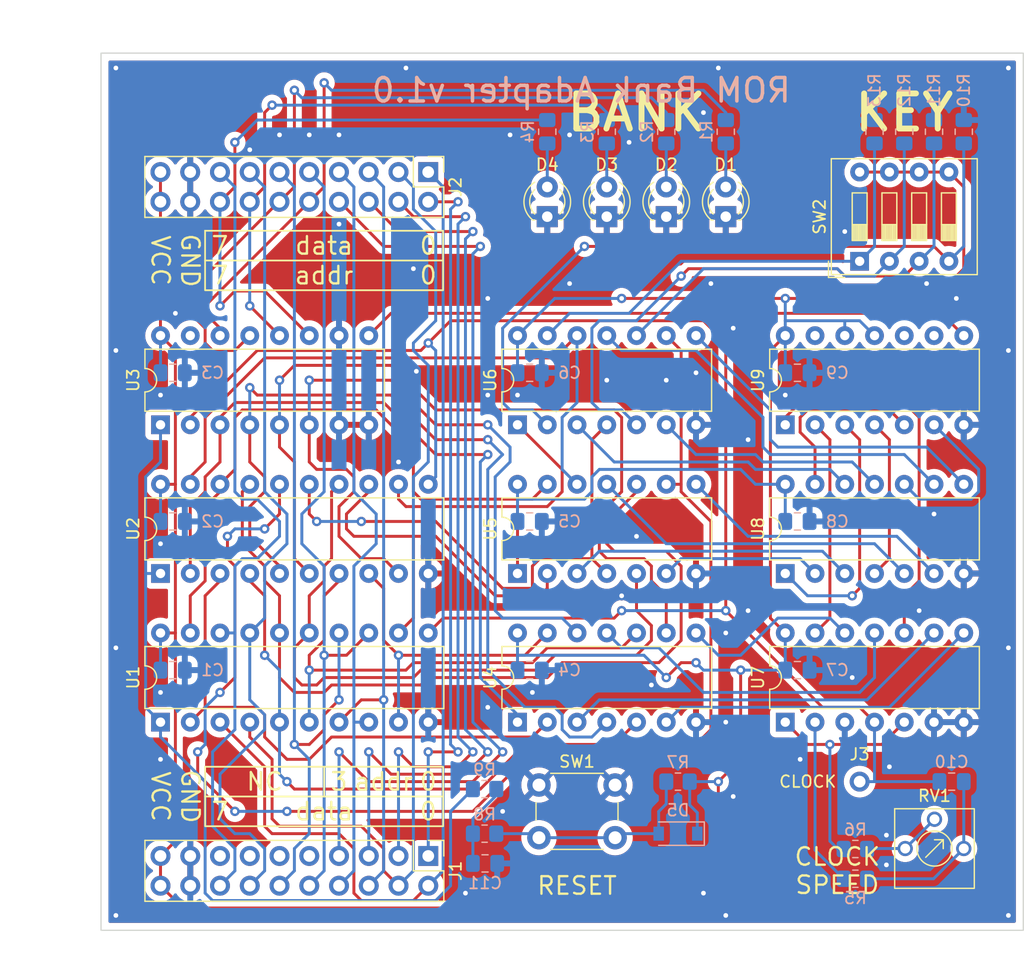
<source format=kicad_pcb>
(kicad_pcb (version 20211014) (generator pcbnew)
  (layers (0 "F.Cu" signal) (31 "B.Cu" signal) (34 "B.Paste" user) (35 "F.Paste" user) (36 "B.SilkS" user "B.Silkscreen") (37 "F.SilkS" user "F.Silkscreen") (38 "B.Mask" user) (39 "F.Mask" user) (44 "Edge.Cuts" user))
  (net 0 "")
  (net 1 "VCC")
  (net 2 "GND")
  (net 3 "Net-(C10-Pad1)")
  (net 4 "/clock")
  (net 5 "Net-(C11-Pad1)")
  (net 6 "Net-(D1-Pad2)")
  (net 7 "Net-(D2-Pad2)")
  (net 8 "Net-(D3-Pad2)")
  (net 9 "Net-(D4-Pad2)")
  (net 10 "Net-(D5-Pad2)")
  (net 11 "/addr0")
  (net 12 "/data0")
  (net 13 "/addr1")
  (net 14 "/data1")
  (net 15 "/addr2")
  (net 16 "/data2")
  (net 17 "/addr3")
  (net 18 "/data3")
  (net 20 "/data4")
  (net 22 "/data5")
  (net 24 "/data6")
  (net 26 "/data7")
  (net 27 "/addr4")
  (net 28 "/addr5")
  (net 29 "/addr6")
  (net 30 "/addr7")
  (net 31 "Net-(R5-Pad2)")
  (net 32 "Net-(R6-Pad1)")
  (net 33 "Net-(R6-Pad2)")
  (net 34 "/~{reset}")
  (net 35 "/key0")
  (net 36 "/key1")
  (net 37 "/key2")
  (net 38 "/key3")
  (net 39 "Net-(U1-Pad2)")
  (net 40 "Net-(U1-Pad5)")
  (net 41 "Net-(U1-Pad6)")
  (net 42 "Net-(U1-Pad9)")
  (net 43 "Net-(U1-Pad12)")
  (net 44 "Net-(U1-Pad15)")
  (net 45 "Net-(U1-Pad16)")
  (net 46 "Net-(U1-Pad19)")
  (net 47 "/datab0")
  (net 48 "/datab1")
  (net 49 "/datab2")
  (net 50 "/datab3")
  (net 51 "/datab4")
  (net 52 "/datab5")
  (net 53 "/datab6")
  (net 54 "/datab7")
  (net 55 "Net-(U3-Pad9)")
  (net 57 "Net-(U4-Pad3)")
  (net 58 "Net-(U4-Pad6)")
  (net 59 "Net-(U4-Pad8)")
  (net 60 "Net-(U4-Pad11)")
  (net 61 "Net-(U5-Pad3)")
  (net 62 "Net-(U5-Pad6)")
  (net 63 "Net-(U5-Pad8)")
  (net 64 "Net-(U5-Pad11)")
  (net 65 "Net-(U6-Pad3)")
  (net 66 "Net-(U6-Pad6)")
  (net 67 "Net-(U6-Pad8)")
  (net 68 "Net-(U6-Pad11)")
  (net 69 "Net-(U7-Pad10)")
  (net 70 "Net-(U7-Pad13)")
  (net 71 "Net-(U8-Pad1)")
  (net 72 "Net-(U8-Pad4)")
  (net 73 "Net-(U8-Pad10)")
  (net 74 "Net-(U8-Pad13)")
  (footprint "LED_THT:LED_D3.0mm_Clear" (layer "F.Cu") (at 181.61 50.8 90)
    (fp_text reference "D2")
    (fp_text value "OSG5TA3Z74A")
  )
  (footprint "Connector_PinHeader_2.54mm:PinHeader_2x10_P2.54mm_Vertical" (layer "F.Cu") (at 161.285 46.99 -90)
    (fp_text reference "J2")
    (fp_text value "Conn_02x10_Odd_Even")
  )
  (footprint "LED_THT:LED_D3.0mm_Clear" (layer "F.Cu") (at 171.45 50.8 90)
    (fp_text reference "D4")
    (fp_text value "OSG5TA3Z74A")
  )
  (footprint "Package_DIP:DIP-20_W7.62mm" (layer "F.Cu") (at 138.43 81.28 90)
    (fp_text reference "U2")
    (fp_text value "74HC273")
  )
  (footprint "LED_THT:LED_D3.0mm_Clear" (layer "F.Cu") (at 176.53 50.8 90)
    (fp_text reference "D3")
    (fp_text value "OSG5TA3Z74A")
  )
  (footprint "Connector_PinHeader_2.54mm:PinHeader_2x10_P2.54mm_Vertical" (layer "F.Cu") (at 161.29 105.41 -90)
    (fp_text reference "J1")
    (fp_text value "Conn_02x10_Odd_Even")
  )
  (footprint "Connector_PinHeader_2.54mm:PinHeader_1x01_P2.54mm_Vertical" (layer "F.Cu") (at 198.12 99.06)
    (fp_text reference "J3")
    (fp_text value "CLOCK_TEST")
  )
  (footprint "Package_DIP:DIP-14_W7.62mm" (layer "F.Cu") (at 191.77 93.98 90)
    (fp_text reference "U7")
    (fp_text value "74HC02")
  )
  (footprint "Package_DIP:DIP-14_W7.62mm" (layer "F.Cu") (at 168.91 68.58 90)
    (fp_text reference "U6")
    (fp_text value "74HC86")
  )
  (footprint "LED_THT:LED_D3.0mm_Clear" (layer "F.Cu") (at 186.69 50.8 90)
    (fp_text reference "D1")
    (fp_text value "OSG5TA3Z74A")
  )
  (footprint "Package_DIP:DIP-14_W7.62mm" (layer "F.Cu") (at 168.91 81.28 90)
    (fp_text reference "U5")
    (fp_text value "74HC86")
  )
  (footprint "Package_DIP:DIP-14_W7.62mm" (layer "F.Cu") (at 191.77 68.58 90)
    (fp_text reference "U9")
    (fp_text value "74HC30")
  )
  (footprint "MyLibrary:GF063P" (layer "F.Cu") (at 204.51 104.775)
    (fp_text reference "RV1")
    (fp_text value "5k")
  )
  (footprint "Package_DIP:DIP-16_W7.62mm" (layer "F.Cu") (at 138.43 68.58 90)
    (fp_text reference "U3")
    (fp_text value "74HC161")
  )
  (footprint "Button_Switch_THT:SW_DIP_SPSTx04_Slide_9.78x12.34mm_W7.62mm_P2.54mm" (layer "F.Cu") (at 198.12 54.61 90)
    (fp_text reference "SW2")
    (fp_text value "SW_DIP_x04")
  )
  (footprint "Package_DIP:DIP-20_W7.62mm" (layer "F.Cu") (at 138.43 93.98 90)
    (fp_text reference "U1")
    (fp_text value "74HC273")
  )
  (footprint "Package_DIP:DIP-14_W7.62mm" (layer "F.Cu") (at 168.91 93.98 90)
    (fp_text reference "U4")
    (fp_text value "74HC86")
  )
  (footprint "Button_Switch_THT:SW_PUSH_6mm_H5mm" (layer "F.Cu") (at 170.74 99.35)
    (fp_text reference "SW1")
    (fp_text value "SW_RESET")
  )
  (footprint "Package_DIP:DIP-14_W7.62mm" (layer "F.Cu") (at 191.77 81.28 90)
    (fp_text reference "U8")
    (fp_text value "74HC02")
  )
  (footprint "Diode_SMD:D_SOD-123" (layer "B.Cu") (at 182.61 103.505 180)
    (fp_text reference "D5")
    (fp_text value "1N4148W")
  )
  (footprint "Resistor_SMD:R_0805_2012Metric_Pad1.20x1.40mm_HandSolder" (layer "B.Cu") (at 204.47 43.545 -90)
    (fp_text reference "R11")
    (fp_text value "10k")
  )
  (footprint "Capacitor_SMD:C_0805_2012Metric_Pad1.18x1.45mm_HandSolder" (layer "B.Cu") (at 192.8075 76.835)
    (fp_text reference "C8")
    (fp_text value "0.1u")
  )
  (footprint "Capacitor_SMD:C_0805_2012Metric_Pad1.18x1.45mm_HandSolder" (layer "B.Cu") (at 139.4675 76.835)
    (fp_text reference "C2")
    (fp_text value "0.1u")
  )
  (footprint "Capacitor_SMD:C_0805_2012Metric_Pad1.18x1.45mm_HandSolder" (layer "B.Cu") (at 192.8075 89.535)
    (fp_text reference "C7")
    (fp_text value "0.1u")
  )
  (footprint "Resistor_SMD:R_0805_2012Metric_Pad1.20x1.40mm_HandSolder" (layer "B.Cu") (at 199.39 43.545 -90)
    (fp_text reference "R13")
    (fp_text value "10k")
  )
  (footprint "Capacitor_SMD:C_0805_2012Metric_Pad1.18x1.45mm_HandSolder" (layer "B.Cu") (at 166.1375 106.045)
    (fp_text reference "C11")
    (fp_text value "1u")
  )
  (footprint "Capacitor_SMD:C_0805_2012Metric_Pad1.18x1.45mm_HandSolder" (layer "B.Cu") (at 139.4675 89.535)
    (fp_text reference "C1")
    (fp_text value "0.1u")
  )
  (footprint "Resistor_SMD:R_0805_2012Metric_Pad1.20x1.40mm_HandSolder" (layer "B.Cu") (at 166.1 103.505 180)
    (fp_text reference "R8")
    (fp_text value "10k")
  )
  (footprint "Capacitor_SMD:C_0805_2012Metric_Pad1.18x1.45mm_HandSolder" (layer "B.Cu") (at 169.9475 89.535)
    (fp_text reference "C4")
    (fp_text value "0.1u")
  )
  (footprint "Resistor_SMD:R_0805_2012Metric_Pad1.20x1.40mm_HandSolder" (layer "B.Cu") (at 176.53 43.545 -90)
    (fp_text reference "R3")
    (fp_text value "22k")
  )
  (footprint "Resistor_SMD:R_0805_2012Metric_Pad1.20x1.40mm_HandSolder" (layer "B.Cu") (at 182.61 99.06 180)
    (fp_text reference "R7")
    (fp_text value "10k")
  )
  (footprint "Resistor_SMD:R_0805_2012Metric_Pad1.20x1.40mm_HandSolder" (layer "B.Cu") (at 171.45 43.545 -90)
    (fp_text reference "R4")
    (fp_text value "22k")
  )
  (footprint "Resistor_SMD:R_0805_2012Metric_Pad1.20x1.40mm_HandSolder" (layer "B.Cu") (at 166.1 99.695 180)
    (fp_text reference "R9")
    (fp_text value "10k")
  )
  (footprint "Capacitor_SMD:C_0805_2012Metric_Pad1.18x1.45mm_HandSolder" (layer "B.Cu") (at 192.8075 64.135)
    (fp_text reference "C9")
    (fp_text value "0.1u")
  )
  (footprint "Capacitor_SMD:C_0805_2012Metric_Pad1.18x1.45mm_HandSolder" (layer "B.Cu") (at 169.9475 76.835)
    (fp_text reference "C5")
    (fp_text value "0.1u")
  )
  (footprint "Capacitor_SMD:C_0805_2012Metric_Pad1.18x1.45mm_HandSolder" (layer "B.Cu") (at 169.9475 64.135)
    (fp_text reference "C6")
    (fp_text value "0.1u")
  )
  (footprint "Capacitor_SMD:C_0805_2012Metric_Pad1.18x1.45mm_HandSolder" (layer "B.Cu") (at 139.4675 64.135)
    (fp_text reference "C3")
    (fp_text value "0.1u")
  )
  (footprint "Resistor_SMD:R_0805_2012Metric_Pad1.20x1.40mm_HandSolder" (layer "B.Cu") (at 197.755 104.815 180)
    (fp_text reference "R6")
    (fp_text value "2k")
  )
  (footprint "Resistor_SMD:R_0805_2012Metric_Pad1.20x1.40mm_HandSolder" (layer "B.Cu") (at 186.69 43.545 -90)
    (fp_text reference "R1")
    (fp_text value "22k")
  )
  (footprint "Resistor_SMD:R_0805_2012Metric_Pad1.20x1.40mm_HandSolder" (layer "B.Cu") (at 207.01 43.545 -90)
    (fp_text reference "R10")
    (fp_text value "10k")
  )
  (footprint "Resistor_SMD:R_0805_2012Metric_Pad1.20x1.40mm_HandSolder" (layer "B.Cu") (at 201.93 43.545 -90)
    (fp_text reference "R12")
    (fp_text value "10k")
  )
  (footprint "Resistor_SMD:R_0805_2012Metric_Pad1.20x1.40mm_HandSolder" (layer "B.Cu") (at 197.755 107.355 180)
    (fp_text reference "R5")
    (fp_text value "10k")
  )
  (footprint "Capacitor_SMD:C_0805_2012Metric_Pad1.18x1.45mm_HandSolder" (layer "B.Cu") (at 205.9725 99.06 180)
    (fp_text reference "C10")
    (fp_text value "100p")
  )
  (footprint "Resistor_SMD:R_0805_2012Metric_Pad1.20x1.40mm_HandSolder" (layer "B.Cu") (at 181.61 43.545 -90)
    (fp_text reference "R2")
    (fp_text value "22k")
  )
  (gr_line (start 152.4 97.79) (end 152.4 100.33) (layer "F.SilkS") (width 0.15))
  (gr_rect (start 142.235 52.005) (end 162.555 57.085) (layer "F.SilkS") (width 0.15) (fill none))
  (gr_line (start 142.24 100.33) (end 162.56 100.33) (layer "F.SilkS") (width 0.15))
  (gr_line (start 142.235 54.545) (end 162.555 54.545) (layer "F.SilkS") (width 0.15))
  (gr_rect (start 142.24 97.79) (end 162.56 102.87) (layer "F.SilkS") (width 0.15) (fill none))
  (gr_rect (start 133.35 111.76) (end 212.09 36.83) (layer "Edge.Cuts") (width 0.1) (fill none))
  (gr_text "ROM Bank Adapter v1.0" (at 192.405 40.005) (layer "B.SilkS") (effects (font (size 2 2) (thickness 0.3)) (justify left mirror)))
  (gr_text "0" (at 161.29 101.6) (layer "F.SilkS") (effects (font (size 1.5 1.5) (thickness 0.2))))
  (gr_text "addr" (at 152.395 55.815) (layer "F.SilkS") (effects (font (size 1.5 1.5) (thickness 0.2))))
  (gr_text "GND" (at 140.97 100.33 270) (layer "F.SilkS") (effects (font (size 1.5 1.5) (thickness 0.2))))
  (gr_text "addr" (at 157.48 99.06) (layer "F.SilkS") (effects (font (size 1.5 1.5) (thickness 0.2))))
  (gr_text "KEY" (at 201.93 41.91) (layer "F.SilkS") (effects (font (size 3 3) (thickness 0.5))))
  (gr_text "7" (at 143.505 53.275) (layer "F.SilkS") (effects (font (size 1.5 1.5) (thickness 0.2))))
  (gr_text "3" (at 153.67 99.06) (layer "F.SilkS") (effects (font (size 1.5 1.5) (thickness 0.2))))
  (gr_text "CLOCK\nSPEED" (at 196.215 106.68) (layer "F.SilkS") (effects (font (size 1.5 1.5) (thickness 0.2))))
  (gr_text "0" (at 161.29 99.06) (layer "F.SilkS") (effects (font (size 1.5 1.5) (thickness 0.2))))
  (gr_text "RESET" (at 173.99 107.95) (layer "F.SilkS") (effects (font (size 1.5 1.5) (thickness 0.2))))
  (gr_text "7" (at 143.505 55.815) (layer "F.SilkS") (effects (font (size 1.5 1.5) (thickness 0.2))))
  (gr_text "VCC" (at 138.43 100.33 270) (layer "F.SilkS") (effects (font (size 1.5 1.5) (thickness 0.2))))
  (gr_text "data" (at 152.4 101.6) (layer "F.SilkS") (effects (font (size 1.5 1.5) (thickness 0.2))))
  (gr_text "7" (at 143.51 101.6) (layer "F.SilkS") (effects (font (size 1.5 1.5) (thickness 0.2))))
  (gr_text "BANK" (at 179.07 41.91) (layer "F.SilkS") (effects (font (size 3 3) (thickness 0.5))))
  (gr_text "data" (at 152.395 53.275) (layer "F.SilkS") (effects (font (size 1.5 1.5) (thickness 0.2))))
  (gr_text "0" (at 161.285 53.275) (layer "F.SilkS") (effects (font (size 1.5 1.5) (thickness 0.2))))
  (gr_text "CLOCK" (at 196.215 99.06) (layer "F.SilkS") (effects (font (size 1 1)) (justify right)))
  (gr_text "NC" (at 147.32 99.06) (layer "F.SilkS") (effects (font (size 1.5 1.5) (thickness 0.2))))
  (gr_text "0" (at 161.285 55.815) (layer "F.SilkS") (effects (font (size 1.5 1.5) (thickness 0.2))))
  (gr_text "GND" (at 140.965 54.545 270) (layer "F.SilkS") (effects (font (size 1.5 1.5) (thickness 0.2))))
  (gr_text "VCC" (at 138.425 54.545 270) (layer "F.SilkS") (effects (font (size 1.5 1.5) (thickness 0.2))))
  (segment (start 204.47 57.785) (end 207.01 55.245) (width 0.25) (layer "F.Cu") (net 1))
  (segment (start 186.055 109.22) (end 185.42 109.855) (width 0.25) (layer "F.Cu") (net 1))
  (segment (start 191.77 60.96) (end 190.5 62.23) (width 0.25) (layer "F.Cu") (net 1))
  (segment (start 191.77 73.66) (end 190.5 73.66) (width 0.25) (layer "F.Cu") (net 1))
  (segment (start 140.335 109.855) (end 138.43 107.95) (width 0.25) (layer "F.Cu") (net 1))
  (segment (start 205.74 46.99) (end 203.2 46.99) (width 0.25) (layer "F.Cu") (net 1))
  (segment (start 138.43 86.36) (end 139.7 86.36) (width 0.25) (layer "F.Cu") (net 1))
  (segment (start 139.7 104.14) (end 138.43 105.41) (width 0.25) (layer "F.Cu") (net 1))
  (segment (start 138.425 46.99) (end 138.425 49.53) (width 0.25) (layer "F.Cu") (net 1))
  (segment (start 190.5 85.09) (end 191.77 86.36) (width 0.25) (layer "F.Cu") (net 1))
  (segment (start 138.425 60.955) (end 138.43 60.96) (width 0.25) (layer "F.Cu") (net 1))
  (segment (start 139.7 62.23) (end 139.7 73.66) (width 0.25) (layer "F.Cu") (net 1))
  (segment (start 138.425 49.53) (end 138.425 60.955) (width 0.25) (layer "F.Cu") (net 1))
  (segment (start 138.43 73.66) (end 139.7 73.66) (width 0.25) (layer "F.Cu") (net 1))
  (segment (start 200.66 46.99) (end 198.12 46.99) (width 0.25) (layer "F.Cu") (net 1))
  (segment (start 203.2 46.99) (end 200.66 46.99) (width 0.25) (layer "F.Cu") (net 1))
  (segment (start 186.055 99.06) (end 186.055 109.22) (width 0.25) (layer "F.Cu") (net 1))
  (segment (start 207.01 55.245) (end 207.01 48.26) (width 0.25) (layer "F.Cu") (net 1))
  (segment (start 139.7 73.66) (end 139.7 86.36) (width 0.25) (layer "F.Cu") (net 1))
  (segment (start 182.88 88.9) (end 184.15 88.9) (width 0.25) (layer "F.Cu") (net 1))
  (segment (start 138.43 60.96) (end 139.7 62.23) (width 0.25) (layer "F.Cu") (net 1))
  (segment (start 177.8 57.785) (end 191.77 57.785) (width 0.25) (layer "F.Cu") (net 1))
  (segment (start 187.96 89.535) (end 187.96 97.155) (width 0.25) (layer "F.Cu") (net 1))
  (segment (start 207.01 48.26) (end 205.74 46.99) (width 0.25) (layer "F.Cu") (net 1))
  (segment (start 190.5 73.66) (end 190.5 85.09) (width 0.25) (layer "F.Cu") (net 1))
  (segment (start 181.61 90.17) (end 182.88 88.9) (width 0.25) (layer "F.Cu") (net 1))
  (segment (start 191.77 57.785) (end 204.47 57.785) (width 0.25) (layer "F.Cu") (net 1))
  (segment (start 185.42 109.855) (end 140.335 109.855) (width 0.25) (layer "F.Cu") (net 1))
  (segment (start 190.5 62.23) (end 190.5 73.66) (width 0.25) (layer "F.Cu") (net 1))
  (segment (start 138.43 107.95) (end 138.43 105.41) (width 0.25) (layer "F.Cu") (net 1))
  (segment (start 187.96 97.155) (end 186.055 99.06) (width 0.25) (layer "F.Cu") (net 1))
  (segment (start 139.7 86.36) (end 139.7 104.14) (width 0.25) (layer "F.Cu") (net 1))
  (via (at 181.61 90.17) (size 0.8) (drill 0.4) (layers "F.Cu" "B.Cu") (net 1))
  (via (at 191.77 57.785) (size 0.8) (drill 0.4) (layers "F.Cu" "B.Cu") (net 1))
  (via (at 187.96 89.535) (size 0.8) (drill 0.4) (layers "F.Cu" "B.Cu") (net 1))
  (via (at 177.8 57.785) (size 0.8) (drill 0.4) (layers "F.Cu" "B.Cu") (net 1))
  (via (at 184.15 88.9) (size 0.8) (drill 0.4) (layers "F.Cu" "B.Cu") (net 1))
  (via (at 186.055 99.06) (size 0.8) (drill 0.4) (layers "F.Cu" "B.Cu") (net 1))
  (segment (start 168.91 89.535) (end 168.91 88.265) (width 0.25) (layer "B.Cu") (net 1))
  (segment (start 138.43 64.135) (end 138.43 60.96) (width 0.25) (layer "B.Cu") (net 1))
  (segment (start 181.61 90.17) (end 179.705 88.265) (width 0.25) (layer "B.Cu") (net 1))
  (segment (start 183.61 101.06) (end 184.26 101.71) (width 0.25) (layer "B.Cu") (net 1))
  (segment (start 175.26 73.025) (end 175.895 72.39) (width 0.25) (layer "B.Cu") (net 1))
  (segment (start 196.85 60.96) (end 196.85 59.69) (width 0.25) (layer "B.Cu") (net 1))
  (segment (start 168.91 88.265) (end 168.91 86.36) (width 0.25) (layer "B.Cu") (net 1))
  (segment (start 177.8 57.785) (end 172.085 57.785) (width 0.25) (layer "B.Cu") (net 1))
  (segment (start 168.91 74.93) (end 174.625 74.93) (width 0.25) (layer "B.Cu") (net 1))
  (segment (start 191.77 89.535) (end 184.785 89.535) (width 0.25) (layer "B.Cu") (net 1))
  (segment (start 186.055 99.06) (end 183.61 99.06) (width 0.25) (layer "B.Cu") (net 1))
  (segment (start 138.43 89.535) (end 138.43 86.36) (width 0.25) (layer "B.Cu") (net 1))
  (segment (start 184.26 101.71) (end 184.26 103.505) (width 0.25) (layer "B.Cu") (net 1))
  (segment (start 191.77 57.785) (end 191.77 59.69) (width 0.25) (layer "B.Cu") (net 1))
  (segment (start 189.23 73.66) (end 191.77 73.66) (width 0.25) (layer "B.Cu") (net 1))
  (segment (start 174.625 74.93) (end 175.26 74.295) (width 0.25) (layer "B.Cu") (net 1))
  (segment (start 179.705 88.265) (end 168.91 88.265) (width 0.25) (layer "B.Cu") (net 1))
  (segment (start 168.91 73.66) (end 168.91 74.93) (width 0.25) (layer "B.Cu") (net 1))
  (segment (start 175.26 74.295) (end 175.26 73.025) (width 0.25) (layer "B.Cu") (net 1))
  (segment (start 184.15 88.9) (end 184.785 89.535) (width 0.25) (layer "B.Cu") (net 1))
  (segment (start 191.77 73.66) (end 191.77 76.835) (width 0.25) (layer "B.Cu") (net 1))
  (segment (start 183.61 99.06) (end 183.61 101.06) (width 0.25) (layer "B.Cu") (net 1))
  (segment (start 191.77 59.69) (end 191.77 60.96) (width 0.25) (layer "B.Cu") (net 1))
  (segment (start 138.43 76.835) (end 138.43 73.66) (width 0.25) (layer "B.Cu") (net 1))
  (segment (start 196.85 59.69) (end 198.12 59.69) (width 0.25) (layer "B.Cu") (net 1))
  (segment (start 191.77 60.96) (end 191.77 64.135) (width 0.25) (layer "B.Cu") (net 1))
  (segment (start 168.91 64.135) (end 168.91 60.96) (width 0.25) (layer "B.Cu") (net 1))
  (segment (start 198.12 59.69) (end 199.39 60.96) (width 0.25) (layer "B.Cu") (net 1))
  (segment (start 175.895 72.39) (end 187.96 72.39) (width 0.25) (layer "B.Cu") (net 1))
  (segment (start 191.77 86.36) (end 191.77 89.535) (width 0.25) (layer "B.Cu") (net 1))
  (segment (start 168.91 74.93) (end 168.91 76.835) (width 0.25) (layer "B.Cu") (net 1))
  (segment (start 191.77 59.69) (end 196.85 59.69) (width 0.25) (layer "B.Cu") (net 1))
  (segment (start 172.085 57.785) (end 168.91 60.96) (width 0.25) (layer "B.Cu") (net 1))
  (segment (start 187.96 72.39) (end 189.23 73.66) (width 0.25) (layer "B.Cu") (net 1))
  (via (at 186.69 86.36) (size 0.8) (drill 0.4) (layers "F.Cu" "B.Cu") (net 2))
  (via (at 185.42 56.515) (size 0.8) (drill 0.4) (layers "F.Cu" "B.Cu") (net 2))
  (via (at 204.47 76.2) (size 0.8) (drill 0.4) (layers "F.Cu" "B.Cu") (net 2))
  (via (at 187.325 60.325) (size 0.8) (drill 0.4) (layers "F.Cu" "B.Cu") (net 2))
  (via (at 138.43 78.74) (size 0.8) (drill 0.4) (layers "F.Cu" "B.Cu") (net 2))
  (via (at 181.61 64.77) (size 0.8) (drill 0.4) (layers "F.Cu" "B.Cu") (net 2))
  (via (at 186.69 110.49) (size 0.8) (drill 0.4) (layers "F.Cu" "B.Cu") (net 2))
  (via (at 193.04 97.155) (size 0.8) (drill 0.4) (layers "F.Cu" "B.Cu") (net 2))
  (via (at 176.53 64.77) (size 0.8) (drill 0.4) (layers "F.Cu" "B.Cu") (net 2))
  (via (at 160.02 55.245) (size 0.8) (drill 0.4) (layers "F.Cu" "B.Cu") (net 2))
  (via (at 134.62 62.23) (size 0.8) (drill 0.4) (layers "F.Cu" "B.Cu") (net 2))
  (via (at 166.37 92.71) (size 0.8) (drill 0.4) (layers "F.Cu" "B.Cu") (net 2))
  (via (at 186.69 93.98) (size 0.8) (drill 0.4) (layers "F.Cu" "B.Cu") (net 2))
  (via (at 197.485 90.17) (size 0.8) (drill 0.4) (layers "F.Cu" "B.Cu") (net 2))
  (via (at 139.7 59.055) (size 0.8) (drill 0.4) (layers "F.Cu" "B.Cu") (net 2))
  (via (at 206.375 57.785) (size 0.8) (drill 0.4) (layers "F.Cu" "B.Cu") (net 2))
  (via (at 134.62 87.63) (size 0.8) (drill 0.4) (layers "F.Cu" "B.Cu") (net 2))
  (via (at 210.82 110.49) (size 0.8) (drill 0.4) (layers "F.Cu" "B.Cu") (net 2))
  (via (at 188.595 84.455) (size 0.8) (drill 0.4) (layers "F.Cu" "B.Cu") (net 2))
  (via (at 184.785 41.91) (size 0.8) (drill 0.4) (layers "F.Cu" "B.Cu") (net 2))
  (via (at 186.055 38.1) (size 0.8) (drill 0.4) (layers "F.Cu" "B.Cu") (net 2))
  (via (at 146.05 45.085) (size 0.8) (drill 0.4) (layers "F.Cu" "B.Cu") (net 2))
  (via (at 138.43 91.44) (size 0.8) (drill 0.4) (layers "F.Cu" "B.Cu") (net 2))
  (via (at 179.07 78.105) (size 0.8) (drill 0.4) (layers "F.Cu" "B.Cu") (net 2))
  (via (at 158.75 71.755) (size 0.8) (drill 0.4) (layers "F.Cu" "B.Cu") (net 2))
  (via (at 148.59 43.815) (size 0.8) (drill 0.4) (layers "F.Cu" "B.Cu") (net 2))
  (via (at 170.18 91.44) (size 0.8) (drill 0.4) (layers "F.Cu" "B.Cu") (net 2))
  (via (at 178.435 44.45) (size 0.8) (drill 0.4) (layers "F.Cu" "B.Cu") (net 2))
  (via (at 184.785 108.585) (size 0.8) (drill 0.4) (layers "F.Cu" "B.Cu") (net 2))
  (via (at 173.355 56.515) (size 0.8) (drill 0.4) (layers "F.Cu" "B.Cu") (net 2))
  (via (at 177.8 83.185) (size 0.8) (drill 0.4) (layers "F.Cu" "B.Cu") (net 2))
  (via (at 180.34 90.805) (size 0.8) (drill 0.4) (layers "F.Cu" "B.Cu") (net 2))
  (via (at 153.67 51.435) (size 0.8) (drill 0.4) (layers "F.Cu" "B.Cu") (net 2))
  (via (at 191.77 66.04) (size 0.8) (drill 0.4) (layers "F.Cu" "B.Cu") (net 2))
  (via (at 196.85 52.07) (size 0.8) (drill 0.4) (layers "F.Cu" "B.Cu") (net 2))
  (via (at 166.37 57.785) (size 0.8) (drill 0.4) (layers "F.Cu" "B.Cu") (net 2))
  (via (at 210.82 38.1) (size 0.8) (drill 0.4) (layers "F.Cu" "B.Cu") (net 2))
  (via (at 184.15 64.135) (size 0.8) (drill 0.4) (layers "F.Cu" "B.Cu") (net 2))
  (via (at 203.2 84.455) (size 0.8) (drill 0.4) (layers "F.Cu" "B.Cu") (net 2))
  (via (at 138.43 66.04) (size 0.8) (drill 0.4) (layers "F.Cu" "B.Cu") (net 2))
  (via (at 134.62 38.1) (size 0.8) (drill 0.4) (layers "F.Cu" "B.Cu") (net 2))
  (via (at 188.595 69.85) (size 0.8) (drill 0.4) (layers "F.Cu" "B.Cu") (net 2))
  (via (at 151.13 43.815) (size 0.8) (drill 0.4) (layers "F.Cu" "B.Cu") (net 2))
  (via (at 173.355 43.815) (size 0.8) (drill 0.4) (layers "F.Cu" "B.Cu") (net 2))
  (via (at 203.835 56.515) (size 0.8) (drill 0.4) (layers "F.Cu" "B.Cu") (net 2))
  (via (at 200.406 103.632) (size 0.8) (drill 0.4) (layers "F.Cu" "B.Cu") (net 2))
  (via (at 134.62 110.49) (size 0.8) (drill 0.4) (layers "F.Cu" "B.Cu") (net 2))
  (via (at 167.64 101.6) (size 0.8) (drill 0.4) (layers "F.Cu" "B.Cu") (net 2))
  (via (at 153.67 43.815) (size 0.8) (drill 0.4) (layers "F.Cu" "B.Cu") (net 2))
  (via (at 168.91 66.04) (size 0.8) (drill 0.4) (layers "F.Cu" "B.Cu") (net 2))
  (via (at 200.406 106.172) (size 0.8) (drill 0.4) (layers "F.Cu" "B.Cu") (net 2))
  (via (at 168.275 43.815) (size 0.8) (drill 0.4) (layers "F.Cu" "B.Cu") (net 2))
  (via (at 159.385 38.1) (size 0.8) (drill 0.4) (layers "F.Cu" "B.Cu") (net 2))
  (via (at 160.274 64.008) (size 0.8) (drill 0.4) (layers "F.Cu" "B.Cu") (net 2))
  (via (at 138.43 97.155) (size 0.8) (drill 0.4) (layers "F.Cu" "B.Cu") (net 2))
  (via (at 187.325 100.33) (size 0.8) (drill 0.4) (layers "F.Cu" "B.Cu") (net 2))
  (via (at 210.82 87.63) (size 0.8) (drill 0.4) (layers "F.Cu" "B.Cu") (net 2))
  (via (at 210.82 62.23) (size 0.8) (drill 0.4) (layers "F.Cu" "B.Cu") (net 2))
  (via (at 166.37 66.04) (size 0.8) (drill 0.4) (layers "F.Cu" "B.Cu") (net 2))
  (via (at 164.465 108.585) (size 0.8) (drill 0.4) (layers "F.Cu" "B.Cu") (net 2))
  (via (at 200.66 97.79) (size 0.8) (drill 0.4) (layers "F.Cu" "B.Cu") (net 2))
  (segment (start 198.755 107.355) (end 204.43 107.355) (width 0.25) (layer "B.Cu") (net 3))
  (segment (start 207.01 99.06) (end 207.01 104.775) (width 0.25) (layer "B.Cu") (net 3))
  (segment (start 204.43 107.355) (end 207.01 104.775) (width 0.25) (layer "B.Cu") (net 3))
  (segment (start 184.785 59.69) (end 186.69 61.595) (width 0.25) (layer "F.Cu") (net 4))
  (segment (start 186.69 61.595) (end 186.69 84.455) (width 0.25) (layer "F.Cu") (net 4))
  (segment (start 163.195 59.69) (end 184.785 59.69) (width 0.25) (layer "F.Cu") (net 4))
  (segment (start 161.29 86.36) (end 162.56 85.09) (width 0.25) (layer "F.Cu") (net 4))
  (segment (start 177.165 85.09) (end 177.8 84.455) (width 0.25) (layer "F.Cu") (net 4))
  (segment (start 140.97 67.945) (end 146.685 62.23) (width 0.25) (layer "F.Cu") (net 4))
  (segment (start 162.56 85.09) (end 177.165 85.09) (width 0.25) (layer "F.Cu") (net 4))
  (segment (start 140.97 68.58) (end 140.97 67.945) (width 0.25) (layer "F.Cu") (net 4))
  (segment (start 194.945 92.71) (end 198.12 92.71) (width 0.25) (layer "F.Cu") (net 4))
  (segment (start 161.29 61.595) (end 163.195 59.69) (width 0.25) (layer "F.Cu") (net 4))
  (segment (start 186.69 84.455) (end 194.945 92.71) (width 0.25) (layer "F.Cu") (net 4))
  (segment (start 198.12 92.71) (end 199.39 93.98) (width 0.25) (layer "F.Cu") (net 4))
  (segment (start 146.685 62.23) (end 160.655 62.23) (width 0.25) (layer "F.Cu") (net 4))
  (segment (start 160.655 62.23) (end 161.29 61.595) (width 0.25) (layer "F.Cu") (net 4))
  (via (at 186.69 84.455) (size 0.8) (drill 0.4) (layers "F.Cu" "B.Cu") (net 4))
  (via (at 161.29 61.595) (size 0.8) (drill 0.4) (layers "F.Cu" "B.Cu") (net 4))
  (via (at 177.8 84.455) (size 0.8) (drill 0.4) (layers "F.Cu" "B.Cu") (net 4))
  (segment (start 204.935 99.06) (end 199.39 99.06) (width 0.25) (layer "B.Cu") (net 4))
  (segment (start 161.925 62.23) (end 161.925 73.025) (width 0.25) (layer "B.Cu") (net 4))
  (segment (start 161.925 73.025) (end 161.29 73.66) (width 0.25) (layer "B.Cu") (net 4))
  (segment (start 199.39 99.06) (end 198.12 99.06) (width 0.25) (layer "B.Cu") (net 4))
  (segment (start 161.29 61.595) (end 161.925 62.23) (width 0.25) (layer "B.Cu") (net 4))
  (segment (start 199.39 99.06) (end 199.39 93.98) (width 0.25) (layer "B.Cu") (net 4))
  (segment (start 177.8 84.455) (end 186.69 84.455) (width 0.25) (layer "B.Cu") (net 4))
  (segment (start 165.1 102.235) (end 167.1 100.235) (width 0.25) (layer "B.Cu") (net 5))
  (segment (start 165.1 106.045) (end 165.1 103.505) (width 0.25) (layer "B.Cu") (net 5))
  (segment (start 167.1 100.235) (end 167.1 99.695) (width 0.25) (layer "B.Cu") (net 5))
  (segment (start 165.1 103.505) (end 165.1 102.235) (width 0.25) (layer "B.Cu") (net 5))
  (segment (start 186.69 48.26) (end 186.69 44.545) (width 0.25) (layer "B.Cu") (net 6))
  (segment (start 181.61 44.545) (end 181.61 48.26) (width 0.25) (layer "B.Cu") (net 7))
  (segment (start 176.53 44.545) (end 176.53 48.26) (width 0.25) (layer "B.Cu") (net 8))
  (segment (start 171.45 44.545) (end 171.45 48.26) (width 0.25) (layer "B.Cu") (net 9))
  (segment (start 181.61 99.06) (end 181.61 100.965) (width 0.25) (layer "B.Cu") (net 10))
  (segment (start 180.96 103.505) (end 180.96 101.615) (width 0.25) (layer "B.Cu") (net 10))
  (segment (start 177.585 103.505) (end 177.24 103.85) (width 0.25) (layer "B.Cu") (net 10))
  (segment (start 180.96 103.505) (end 177.585 103.505) (width 0.25) (layer "B.Cu") (net 10))
  (segment (start 181.61 100.965) (end 180.96 101.615) (width 0.25) (layer "B.Cu") (net 10))
  (segment (start 167.1 103.505) (end 170.395 103.505) (width 0.25) (layer "B.Cu") (net 10))
  (segment (start 170.395 103.505) (end 170.74 103.85) (width 0.25) (layer "B.Cu") (net 10))
  (segment (start 177.24 103.85) (end 170.74 103.85) (width 0.25) (layer "B.Cu") (net 10))
  (segment (start 161.29 96.52) (end 163.83 96.52) (width 0.25) (layer "F.Cu") (net 11))
  (segment (start 163.83 49.53) (end 161.285 49.53) (width 0.25) (layer "F.Cu") (net 11))
  (via (at 163.83 96.52) (size 0.8) (drill 0.4) (layers "F.Cu" "B.Cu") (net 11))
  (via (at 163.83 49.53) (size 0.8) (drill 0.4) (layers "F.Cu" "B.Cu") (net 11))
  (via (at 161.29 96.52) (size 0.8) (drill 0.4) (layers "F.Cu" "B.Cu") (net 11))
  (segment (start 163.83 96.52) (end 163.195 95.885) (width 0.25) (layer "B.Cu") (net 11))
  (segment (start 161.29 105.41) (end 161.29 96.52) (width 0.25) (layer "B.Cu") (net 11))
  (segment (start 163.195 95.885) (end 163.195 50.165) (width 0.25) (layer "B.Cu") (net 11))
  (segment (start 163.195 50.165) (end 163.83 49.53) (width 0.25) (layer "B.Cu") (net 11))
  (segment (start 147.32 97.79) (end 143.51 93.98) (width 0.25) (layer "F.Cu") (net 12))
  (segment (start 160.02 109.22) (end 155.575 109.22) (width 0.25) (layer "F.Cu") (net 12))
  (segment (start 147.32 102.87) (end 147.32 97.79) (width 0.25) (layer "F.Cu") (net 12))
  (segment (start 154.94 108.585) (end 154.94 104.775) (width 0.25) (layer "F.Cu") (net 12))
  (segment (start 154.94 104.775) (end 153.67 103.505) (width 0.25) (layer "F.Cu") (net 12))
  (segment (start 155.575 109.22) (end 154.94 108.585) (width 0.25) (layer "F.Cu") (net 12))
  (segment (start 153.67 103.505) (end 147.955 103.505) (width 0.25) (layer "F.Cu") (net 12))
  (segment (start 147.955 103.505) (end 147.32 102.87) (width 0.25) (layer "F.Cu") (net 12))
  (segment (start 161.29 107.95) (end 160.02 109.22) (width 0.25) (layer "F.Cu") (net 12))
  (segment (start 162.56 48.26) (end 162.56 106.68) (width 0.25) (layer "B.Cu") (net 12))
  (segment (start 162.56 106.68) (end 161.29 107.95) (width 0.25) (layer "B.Cu") (net 12))
  (segment (start 161.285 46.925) (end 162.56 48.26) (width 0.25) (layer "B.Cu") (net 12))
  (segment (start 158.75 96.52) (end 160.02 97.79) (width 0.25) (layer "F.Cu") (net 13))
  (segment (start 163.83 97.79) (end 165.1 96.52) (width 0.25) (layer "F.Cu") (net 13))
  (segment (start 160.02 97.79) (end 163.83 97.79) (width 0.25) (layer "F.Cu") (net 13))
  (segment (start 164.465 50.8) (end 160.02 50.8) (width 0.25) (layer "F.Cu") (net 13))
  (segment (start 160.02 50.8) (end 158.745 49.465) (width 0.25) (layer "F.Cu") (net 13))
  (via (at 164.465 50.8) (size 0.8) (drill 0.4) (layers "F.Cu" "B.Cu") (net 13))
  (via (at 165.1 96.52) (size 0.8) (drill 0.4) (layers "F.Cu" "B.Cu") (net 13))
  (via (at 158.75 96.52) (size 0.8) (drill 0.4) (layers "F.Cu" "B.Cu") (net 13))
  (segment (start 163.83 51.435) (end 164.465 50.8) (width 0.25) (layer "B.Cu") (net 13))
  (segment (start 163.83 95.25) (end 163.83 62.865) (width 0.25) (layer "B.Cu") (net 13))
  (segment (start 163.83 62.865) (end 163.83 51.435) (width 0.25) (layer "B.Cu") (net 13))
  (segment (start 165.1 96.52) (end 163.83 95.25) (width 0.25) (layer "B.Cu") (net 13))
  (segment (start 158.75 105.41) (end 158.75 96.52) (width 0.25) (layer "B.Cu") (net 13))
  (segment (start 147.955 102.235) (end 147.955 97.155) (width 0.25) (layer "F.Cu") (net 14))
  (segment (start 147.955 97.155) (end 146.05 95.25) (width 0.25) (layer "F.Cu") (net 14))
  (segment (start 155.575 102.87) (end 148.59 102.87) (width 0.25) (layer "F.Cu") (net 14))
  (segment (start 157.48 104.775) (end 155.575 102.87) (width 0.25) (layer "F.Cu") (net 14))
  (segment (start 148.59 102.87) (end 147.955 102.235) (width 0.25) (layer "F.Cu") (net 14))
  (segment (start 146.05 95.25) (end 146.05 93.98) (width 0.25) (layer "F.Cu") (net 14))
  (segment (start 158.75 107.95) (end 157.48 106.68) (width 0.25) (layer "F.Cu") (net 14))
  (segment (start 157.48 106.68) (end 157.48 104.775) (width 0.25) (layer "F.Cu") (net 14))
  (segment (start 160.02 48.26) (end 158.745 46.925) (width 0.25) (layer "B.Cu") (net 14))
  (segment (start 161.925 52.07) (end 161.925 59.69) (width 0.25) (layer "B.Cu") (net 14))
  (segment (start 161.925 59.69) (end 160.02 61.595) (width 0.25) (layer "B.Cu") (net 14))
  (segment (start 160.02 106.68) (end 160.02 73.025) (width 0.25) (layer "B.Cu") (net 14))
  (segment (start 161.29 71.755) (end 160.02 73.025) (width 0.25) (layer "B.Cu") (net 14))
  (segment (start 160.02 62.23) (end 160.02 61.595) (width 0.25) (layer "B.Cu") (net 14))
  (segment (start 158.75 107.95) (end 160.02 106.68) (width 0.25) (layer "B.Cu") (net 14))
  (segment (start 160.02 62.23) (end 161.29 63.5) (width 0.25) (layer "B.Cu") (net 14))
  (segment (start 161.29 63.5) (end 161.29 71.755) (width 0.25) (layer "B.Cu") (net 14))
  (segment (start 160.02 50.165) (end 160.02 48.26) (width 0.25) (layer "B.Cu") (net 14))
  (segment (start 160.02 50.165) (end 161.925 52.07) (width 0.25) (layer "B.Cu") (net 14))
  (segment (start 158.75 52.07) (end 156.205 49.465) (width 0.25) (layer "F.Cu") (net 15))
  (segment (start 165.1 52.07) (end 158.75 52.07) (width 0.25) (layer "F.Cu") (net 15))
  (segment (start 158.115 98.425) (end 164.465 98.425) (width 0.25) (layer "F.Cu") (net 15))
  (segment (start 164.465 98.425) (end 166.37 96.52) (width 0.25) (layer "F.Cu") (net 15))
  (segment (start 156.21 96.52) (end 158.115 98.425) (width 0.25) (layer "F.Cu") (net 15))
  (via (at 165.1 52.07) (size 0.8) (drill 0.4) (layers "F.Cu" "B.Cu") (net 15))
  (via (at 156.21 96.52) (size 0.8) (drill 0.4) (layers "F.Cu" "B.Cu") (net 15))
  (via (at 166.37 96.52) (size 0.8) (drill 0.4) (layers "F.Cu" "B.Cu") (net 15))
  (segment (start 156.21 105.41) (end 156.21 96.52) (width 0.25) (layer "B.Cu") (net 15))
  (segment (start 164.465 62.865) (end 164.465 52.705) (width 0.25) (layer "B.Cu") (net 15))
  (segment (start 164.465 52.705) (end 165.1 52.07) (width 0.25) (layer "B.Cu") (net 15))
  (segment (start 164.465 94.615) (end 164.465 62.865) (width 0.25) (layer "B.Cu") (net 15))
  (segment (start 166.37 96.52) (end 164.465 94.615) (width 0.25) (layer "B.Cu") (net 15))
  (segment (start 155.575 92.075) (end 153.67 93.98) (width 0.25) (layer "F.Cu") (net 16))
  (segment (start 157.48 92.075) (end 155.575 92.075) (width 0.25) (layer "F.Cu") (net 16))
  (via (at 157.48 92.075) (size 0.8) (drill 0.4) (layers "F.Cu" "B.Cu") (net 16))
  (segment (start 157.48 48.26) (end 157.48 106.68) (width 0.25) (layer "B.Cu") (net 16))
  (segment (start 157.48 106.68) (end 156.21 107.95) (width 0.25) (layer "B.Cu") (net 16))
  (segment (start 156.205 46.925) (end 157.48 48.26) (width 0.25) (layer "B.Cu") (net 16))
  (segment (start 165.735 53.34) (end 157.48 53.34) (width 0.25) (layer "F.Cu") (net 17))
  (segment (start 157.48 53.34) (end 153.665 49.465) (width 0.25) (layer "F.Cu") (net 17))
  (segment (start 165.1 99.06) (end 167.64 96.52) (width 0.25) (layer "F.Cu") (net 17))
  (segment (start 156.21 99.06) (end 159.385 99.06) (width 0.25) (layer "F.Cu") (net 17))
  (segment (start 159.385 99.06) (end 165.1 99.06) (width 0.25) (layer "F.Cu") (net 17))
  (segment (start 153.67 96.52) (end 156.21 99.06) (width 0.25) (layer "F.Cu") (net 17))
  (via (at 153.67 96.52) (size 0.8) (drill 0.4) (layers "F.Cu" "B.Cu") (net 17))
  (via (at 167.64 96.52) (size 0.8) (drill 0.4) (layers "F.Cu" "B.Cu") (net 17))
  (via (at 165.735 53.34) (size 0.8) (drill 0.4) (layers "F.Cu" "B.Cu") (net 17))
  (segment (start 165.1 53.975) (end 165.735 53.34) (width 0.25) (layer "B.Cu") (net 17))
  (segment (start 165.1 93.98) (end 165.1 62.865) (width 0.25) (layer "B.Cu") (net 17))
  (segment (start 167.64 96.52) (end 165.1 93.98) (width 0.25) (layer "B.Cu") (net 17))
  (segment (start 165.1 62.865) (end 165.1 53.975) (width 0.25) (layer "B.Cu") (net 17))
  (segment (start 153.67 105.41) (end 153.67 96.52) (width 0.25) (layer "B.Cu") (net 17))
  (segment (start 153.665 46.925) (end 154.94 48.26) (width 0.25) (layer "B.Cu") (net 18))
  (segment (start 154.94 48.26) (end 154.94 74.295) (width 0.25) (layer "B.Cu") (net 18))
  (segment (start 156.845 78.74) (end 154.94 80.645) (width 0.25) (layer "B.Cu") (net 18))
  (segment (start 153.67 107.95) (end 154.94 106.68) (width 0.25) (layer "B.Cu") (net 18))
  (segment (start 156.845 76.2) (end 156.845 78.74) (width 0.25) (layer "B.Cu") (net 18))
  (segment (start 154.94 74.295) (end 156.845 76.2) (width 0.25) (layer "B.Cu") (net 18))
  (segment (start 154.94 106.68) (end 154.94 93.98) (width 0.25) (layer "B.Cu") (net 18))
  (segment (start 156.21 93.98) (end 154.94 93.98) (width 0.25) (layer "B.Cu") (net 18))
  (segment (start 154.94 80.645) (end 154.94 93.98) (width 0.25) (layer "B.Cu") (net 18))
  (segment (start 152.4 88.265) (end 154.305 88.265) (width 0.25) (layer "F.Cu") (net 20))
  (segment (start 154.305 88.265) (end 156.21 86.36) (width 0.25) (layer "F.Cu") (net 20))
  (via (at 152.4 88.265) (size 0.8) (drill 0.4) (layers "F.Cu" "B.Cu") (net 20))
  (segment (start 152.4 106.68) (end 151.13 107.95) (width 0.25) (layer "B.Cu") (net 20))
  (segment (start 151.125 46.925) (end 152.4 48.26) (width 0.25) (layer "B.Cu") (net 20))
  (segment (start 152.4 48.26) (end 152.4 74.295) (width 0.25) (layer "B.Cu") (net 20))
  (segment (start 152.4 80.645) (end 152.4 106.68) (width 0.25) (layer "B.Cu") (net 20))
  (segment (start 150.495 76.2) (end 150.495 78.74) (width 0.25) (layer "B.Cu") (net 20))
  (segment (start 150.495 78.74) (end 152.4 80.645) (width 0.25) (layer "B.Cu") (net 20))
  (segment (start 152.4 74.295) (end 150.495 76.2) (width 0.25) (layer "B.Cu") (net 20))
  (segment (start 151.13 95.885) (end 149.86 95.885) (width 0.25) (layer "F.Cu") (net 22))
  (segment (start 152.4 93.345) (end 152.4 94.615) (width 0.25) (layer "F.Cu") (net 22))
  (segment (start 153.67 92.075) (end 152.4 93.345) (width 0.25) (layer "F.Cu") (net 22))
  (segment (start 152.4 94.615) (end 151.13 95.885) (width 0.25) (layer "F.Cu") (net 22))
  (via (at 149.86 95.885) (size 0.8) (drill 0.4) (layers "F.Cu" "B.Cu") (net 22))
  (via (at 153.67 92.075) (size 0.8) (drill 0.4) (layers "F.Cu" "B.Cu") (net 22))
  (segment (start 151.13 97.155) (end 151.13 103.505) (width 0.25) (layer "B.Cu") (net 22))
  (segment (start 149.86 48.26) (end 148.585 46.925) (width 0.25) (layer "B.Cu") (net 22))
  (segment (start 153.67 86.36) (end 153.67 92.075) (width 0.25) (layer "B.Cu") (net 22))
  (segment (start 149.86 95.885) (end 149.86 48.26) (width 0.25) (layer "B.Cu") (net 22))
  (segment (start 149.86 95.885) (end 151.13 97.155) (width 0.25) (layer "B.Cu") (net 22))
  (segment (start 149.86 106.68) (end 149.86 104.775) (width 0.25) (layer "B.Cu") (net 22))
  (segment (start 151.13 103.505) (end 149.86 104.775) (width 0.25) (layer "B.Cu") (net 22))
  (segment (start 148.59 107.95) (end 149.86 106.68) (width 0.25) (layer "B.Cu") (net 22))
  (segment (start 146.05 103.505) (end 144.78 103.505) (width 0.25) (layer "B.Cu") (net 24))
  (segment (start 149.225 78.74) (end 147.32 80.645) (width 0.25) (layer "B.Cu") (net 24))
  (segment (start 147.32 74.295) (end 149.225 76.2) (width 0.25) (layer "B.Cu") (net 24))
  (segment (start 147.32 48.26) (end 147.315 48.26) (width 0.25) (layer "B.Cu") (net 24))
  (segment (start 147.32 104.775) (end 146.05 103.505) (width 0.25) (layer "B.Cu") (net 24))
  (segment (start 149.225 76.2) (end 149.225 78.74) (width 0.25) (layer "B.Cu") (net 24))
  (segment (start 146.05 92.075) (end 146.05 86.36) (width 0.25) (layer "B.Cu") (net 24))
  (segment (start 147.32 48.26) (end 147.32 74.295) (width 0.25) (layer "B.Cu") (net 24))
  (segment (start 143.51 98.425) (end 147.32 94.615) (width 0.25) (layer "B.Cu") (net 24))
  (segment (start 147.32 93.345) (end 146.05 92.075) (width 0.25) (layer "B.Cu") (net 24))
  (segment (start 146.05 107.95) (end 147.32 106.68) (width 0.25) (layer "B.Cu") (net 24))
  (segment (start 144.78 103.505) (end 143.51 102.235) (width 0.25) (layer "B.Cu") (net 24))
  (segment (start 147.32 106.68) (end 147.32 104.775) (width 0.25) (layer "B.Cu") (net 24))
  (segment (start 147.32 85.09) (end 146.05 86.36) (width 0.25) (layer "B.Cu") (net 24))
  (segment (start 143.51 102.235) (end 143.51 98.425) (width 0.25) (layer "B.Cu") (net 24))
  (segment (start 147.32 80.645) (end 147.32 85.09) (width 0.25) (layer "B.Cu") (net 24))
  (segment (start 147.32 94.615) (end 147.32 93.345) (width 0.25) (layer "B.Cu") (net 24))
  (segment (start 147.315 48.26) (end 146.045 46.99) (width 0.25) (layer "B.Cu") (net 24))
  (segment (start 144.78 48.26) (end 144.78 74.295) (width 0.25) (layer "B.Cu") (net 26))
  (segment (start 144.78 94.615) (end 144.78 86.36) (width 0.25) (layer "B.Cu") (net 26))
  (segment (start 144.78 80.645) (end 144.78 86.36) (width 0.25) (layer "B.Cu") (net 26))
  (segment (start 142.875 102.87) (end 142.875 96.52) (width 0.25) (layer "B.Cu") (net 26))
  (segment (start 145.415 74.93) (end 146.685 74.93) (width 0.25) (layer "B.Cu") (net 26))
  (segment (start 144.78 106.68) (end 144.78 104.775) (width 0.25) (layer "B.Cu") (net 26))
  (segment (start 144.78 74.295) (end 145.415 74.93) (width 0.25) (layer "B.Cu") (net 26))
  (segment (start 144.78 104.775) (end 142.875 102.87) (width 0.25) (layer "B.Cu") (net 26))
  (segment (start 142.875 96.52) (end 144.78 94.615) (width 0.25) (layer "B.Cu") (net 26))
  (segment (start 146.685 80.01) (end 145.415 80.01) (width 0.25) (layer "B.Cu") (net 26))
  (segment (start 143.51 86.36) (end 144.78 86.36) (width 0.25) (layer "B.Cu") (net 26))
  (segment (start 144.78 48.26) (end 144.775 48.26) (width 0.25) (layer "B.Cu") (net 26))
  (segment (start 146.685 74.93) (end 148.59 76.835) (width 0.25) (layer "B.Cu") (net 26))
  (segment (start 143.51 107.95) (end 144.78 106.68) (width 0.25) (layer "B.Cu") (net 26))
  (segment (start 145.415 80.01) (end 144.78 80.645) (width 0.25) (layer "B.Cu") (net 26))
  (segment (start 148.59 78.105) (end 146.685 80.01) (width 0.25) (layer "B.Cu") (net 26))
  (segment (start 148.59 76.835) (end 148.59 78.105) (width 0.25) (layer "B.Cu") (net 26))
  (segment (start 144.775 48.26) (end 143.505 46.99) (width 0.25) (layer "B.Cu") (net 26))
  (segment (start 151.125 49.53) (end 142.24 58.42) (width 0.25) (layer "F.Cu") (net 27))
  (segment (start 152.4 48.255) (end 151.125 49.53) (width 0.25) (layer "F.Cu") (net 27))
  (segment (start 142.24 58.42) (end 142.24 59.055) (width 0.25) (layer "F.Cu") (net 27))
  (segment (start 152.4 39.37) (end 152.4 48.255) (width 0.25) (layer "F.Cu") (net 27))
  (segment (start 143.51 60.325) (end 143.51 60.96) (width 0.25) (layer "F.Cu") (net 27))
  (segment (start 142.24 59.055) (end 143.51 60.325) (width 0.25) (layer "F.Cu") (net 27))
  (via (at 152.4 39.37) (size 0.8) (drill 0.4) (layers "F.Cu" "B.Cu") (net 27))
  (segment (start 186.69 42.545) (end 186.69 41.91) (width 0.25) (layer "B.Cu") (net 27))
  (segment (start 153.035 40.005) (end 152.4 39.37) (width 0.25) (layer "B.Cu") (net 27))
  (segment (start 184.785 40.005) (end 153.035 40.005) (width 0.25) (layer "B.Cu") (net 27))
  (segment (start 186.69 41.91) (end 184.785 40.005) (width 0.25) (layer "B.Cu") (net 27))
  (segment (start 144.78 62.23) (end 142.875 62.23) (width 0.25) (layer "F.Cu") (net 28))
  (segment (start 141.602095 56.512095) (end 148.585 49.465) (width 0.25) (layer "F.Cu") (net 28))
  (segment (start 146.05 60.96) (end 144.78 62.23) (width 0.25) (layer "F.Cu") (net 28))
  (segment (start 149.86 40.005) (end 149.86 48.255) (width 0.25) (layer "F.Cu") (net 28))
  (segment (start 141.605 56.515) (end 141.602095 56.512095) (width 0.25) (layer "F.Cu") (net 28))
  (segment (start 142.24 61.595) (end 142.24 60.325) (width 0.25) (layer "F.Cu") (net 28))
  (segment (start 142.24 60.325) (end 141.605 59.69) (width 0.25) (layer "F.Cu") (net 28))
  (segment (start 141.605 59.69) (end 141.605 56.515) (width 0.25) (layer "F.Cu") (net 28))
  (segment (start 149.86 48.255) (end 148.585 49.53) (width 0.25) (layer "F.Cu") (net 28))
  (segment (start 142.875 62.23) (end 142.24 61.595) (width 0.25) (layer "F.Cu") (net 28))
  (via (at 149.86 40.005) (size 0.8) (drill 0.4) (layers "F.Cu" "B.Cu") (net 28))
  (segment (start 181.61 42.545) (end 181.61 41.91) (width 0.25) (layer "B.Cu") (net 28))
  (segment (start 180.34 40.64) (end 150.495 40.64) (width 0.25) (layer "B.Cu") (net 28))
  (segment (start 150.495 40.64) (end 149.86 40.005) (width 0.25) (layer "B.Cu") (net 28))
  (segment (start 181.61 41.91) (end 180.34 40.64) (width 0.25) (layer "B.Cu") (net 28))
  (segment (start 147.32 48.255) (end 146.045 49.53) (width 0.25) (layer "F.Cu") (net 29))
  (segment (start 148.59 60.96) (end 146.05 58.42) (width 0.25) (layer "F.Cu") (net 29))
  (segment (start 147.955 41.275) (end 147.32 41.91) (width 0.25) (layer "F.Cu") (net 29))
  (segment (start 147.32 41.91) (end 147.32 48.255) (width 0.25) (layer "F.Cu") (net 29))
  (via (at 147.955 41.275) (size 0.8) (drill 0.4) (layers "F.Cu" "B.Cu") (net 29))
  (via (at 146.05 58.42) (size 0.8) (drill 0.4) (layers "F.Cu" "B.Cu") (net 29))
  (segment (start 146.045 58.415) (end 146.045 49.53) (width 0.25) (layer "B.Cu") (net 29))
  (segment (start 176.53 41.91) (end 176.53 42.545) (width 0.25) (layer "B.Cu") (net 29))
  (segment (start 147.955 41.275) (end 175.895 41.275) (width 0.25) (layer "B.Cu") (net 29))
  (segment (start 146.05 58.42) (end 146.045 58.415) (width 0.25) (layer "B.Cu") (net 29))
  (segment (start 175.895 41.275) (end 176.53 41.91) (width 0.25) (layer "B.Cu") (net 29))
  (segment (start 144.78 44.45) (end 144.78 48.255) (width 0.25) (layer "F.Cu") (net 30))
  (segment (start 147.32 57.15) (end 144.78 57.15) (width 0.25) (layer "F.Cu") (net 30))
  (segment (start 144.78 48.255) (end 143.505 49.53) (width 0.25) (layer "F.Cu") (net 30))
  (segment (start 144.78 57.15) (end 143.51 58.42) (width 0.25) (layer "F.Cu") (net 30))
  (segment (start 151.13 60.96) (end 147.32 57.15) (width 0.25) (layer "F.Cu") (net 30))
  (via (at 144.78 44.45) (size 0.8) (drill 0.4) (layers "F.Cu" "B.Cu") (net 30))
  (via (at 143.51 58.42) (size 0.8) (drill 0.4) (layers "F.Cu" "B.Cu") (net 30))
  (segment (start 171.45 42.545) (end 146.685 42.545) (width 0.25) (layer "B.Cu") (net 30))
  (segment (start 146.685 42.545) (end 144.78 44.45) (width 0.25) (layer "B.Cu") (net 30))
  (segment (start 143.505 58.415) (end 143.505 49.53) (width 0.25) (layer "B.Cu") (net 30))
  (segment (start 143.51 58.42) (end 143.505 58.415) (width 0.25) (layer "B.Cu") (net 30))
  (segment (start 196.755 107.355) (end 194.31 104.91) (width 0.25) (layer "B.Cu") (net 31))
  (segment (start 194.31 104.91) (end 194.31 93.98) (width 0.25) (layer "B.Cu") (net 31))
  (segment (start 198.795 104.775) (end 198.755 104.815) (width 0.25) (layer "B.Cu") (net 32))
  (segment (start 204.51 102.275) (end 202.01 104.775) (width 0.25) (layer "B.Cu") (net 32))
  (segment (start 202.01 104.775) (end 198.795 104.775) (width 0.25) (layer "B.Cu") (net 32))
  (segment (start 195.58 95.885) (end 193.675 95.885) (width 0.25) (layer "F.Cu") (net 33))
  (segment (start 201.93 93.98) (end 200.025 95.885) (width 0.25) (layer "F.Cu") (net 33))
  (segment (start 193.675 95.885) (end 191.77 93.98) (width 0.25) (layer "F.Cu") (net 33))
  (segment (start 200.025 95.885) (end 195.58 95.885) (width 0.25) (layer "F.Cu") (net 33))
  (via (at 195.58 95.885) (size 0.8) (drill 0.4) (layers "F.Cu" "B.Cu") (net 33))
  (segment (start 195.58 104.14) (end 195.58 95.885) (width 0.25) (layer "B.Cu") (net 33))
  (segment (start 196.255 104.815) (end 195.58 104.14) (width 0.25) (layer "B.Cu") (net 33))
  (segment (start 196.755 104.815) (end 196.255 104.815) (width 0.25) (layer "B.Cu") (net 33))
  (segment (start 137.16 92.71) (end 137.16 81.28) (width 0.25) (layer "B.Cu") (net 34))
  (segment (start 138.43 95.25) (end 138.43 93.98) (width 0.25) (layer "B.Cu") (net 34))
  (segment (start 138.43 93.98) (end 137.16 92.71) (width 0.25) (layer "B.Cu") (net 34))
  (segment (start 137.16 81.28) (end 137.16 73.025) (width 0.25) (layer "B.Cu") (net 34))
  (segment (start 142.875 109.22) (end 142.24 108.585) (width 0.25) (layer "B.Cu") (net 34))
  (segment (start 138.43 68.58) (end 138.43 71.755) (width 0.25) (layer "B.Cu") (net 34))
  (segment (start 163.195 101.6) (end 163.195 107.95) (width 0.25) (layer "B.Cu") (net 34))
  (segment (start 163.195 107.95) (end 161.925 109.22) (width 0.25) (layer "B.Cu") (net 34))
  (segment (start 138.43 71.755) (end 137.16 73.025) (width 0.25) (layer "B.Cu") (net 34))
  (segment (start 142.24 99.06) (end 138.43 95.25) (width 0.25) (layer "B.Cu") (net 34))
  (segment (start 161.925 109.22) (end 142.875 109.22) (width 0.25) (layer "B.Cu") (net 34))
  (segment (start 142.24 108.585) (end 142.24 99.06) (width 0.25) (layer "B.Cu") (net 34))
  (segment (start 165.1 99.695) (end 163.195 101.6) (width 0.25) (layer "B.Cu") (net 34))
  (segment (start 138.43 81.28) (end 137.16 81.28) (width 0.25) (layer "B.Cu") (net 34))
  (segment (start 205.74 54.61) (end 204.47 53.34) (width 0.25) (layer "F.Cu") (net 35))
  (segment (start 204.47 53.34) (end 174.625 53.34) (width 0.25) (layer "F.Cu") (net 35))
  (via (at 174.625 53.34) (size 0.8) (drill 0.4) (layers "F.Cu" "B.Cu") (net 35))
  (segment (start 207.01 53.34) (end 205.74 54.61) (width 0.25) (layer "B.Cu") (net 35))
  (segment (start 171.45 68.58) (end 170.18 67.31) (width 0.25) (layer "B.Cu") (net 35))
  (segment (start 170.18 67.31) (end 168.275 67.31) (width 0.25) (layer "B.Cu") (net 35))
  (segment (start 167.64 66.675) (end 167.64 60.325) (width 0.25) (layer "B.Cu") (net 35))
  (segment (start 207.01 44.545) (end 207.01 53.34) (width 0.25) (layer "B.Cu") (net 35))
  (segment (start 167.64 60.325) (end 174.625 53.34) (width 0.25) (layer "B.Cu") (net 35))
  (segment (start 168.275 67.31) (end 167.64 66.675) (width 0.25) (layer "B.Cu") (net 35))
  (segment (start 196.85 55.88) (end 201.93 55.88) (width 0.25) (layer "F.Cu") (net 36))
  (segment (start 196.215 55.245) (end 183.515 55.245) (width 0.25) (layer "F.Cu") (net 36))
  (segment (start 201.93 55.88) (end 203.2 54.61) (width 0.25) (layer "F.Cu") (net 36))
  (segment (start 196.85 55.88) (end 196.215 55.245) (width 0.25) (layer "F.Cu") (net 36))
  (segment (start 183.515 55.245) (end 182.88 55.88) (width 0.25) (layer "F.Cu") (net 36))
  (via (at 182.88 55.88) (size 0.8) (drill 0.4) (layers "F.Cu" "B.Cu") (net 36))
  (segment (start 175.26 66.675) (end 175.895 67.31) (width 0.25) (layer "B.Cu") (net 36))
  (segment (start 175.26 60.325) (end 175.26 66.675) (width 0.25) (layer "B.Cu") (net 36))
  (segment (start 177.8 67.31) (end 179.07 68.58) (width 0.25) (layer "B.Cu") (net 36))
  (segment (start 204.47 53.34) (end 203.2 54.61) (width 0.25) (layer "B.Cu") (net 36))
  (segment (start 179.07 59.69) (end 175.895 59.69) (width 0.25) (layer "B.Cu") (net 36))
  (segment (start 204.47 44.545) (end 204.47 53.34) (width 0.25) (layer "B.Cu") (net 36))
  (segment (start 182.88 55.88) (end 179.07 59.69) (width 0.25) (layer "B.Cu") (net 36))
  (segment (start 175.895 67.31) (end 177.8 67.31) (width 0.25) (layer "B.Cu") (net 36))
  (segment (start 175.895 59.69) (end 175.26 60.325) (width 0.25) (layer "B.Cu") (net 36))
  (segment (start 199.39 55.88) (end 196.85 55.88) (width 0.25) (layer "B.Cu") (net 37))
  (segment (start 200.66 54.61) (end 199.39 55.88) (width 0.25) (layer "B.Cu") (net 37))
  (segment (start 196.215 55.245) (end 184.785 55.245) (width 0.25) (layer "B.Cu") (net 37))
  (segment (start 201.93 44.545) (end 201.93 53.34) (width 0.25) (layer "B.Cu") (net 37))
  (segment (start 184.785 55.245) (end 179.07 60.96) (width 0.25) (layer "B.Cu") (net 37))
  (segment (start 196.85 55.88) (end 196.215 55.245) (width 0.25) (layer "B.Cu") (net 37))
  (segment (start 201.93 53.34) (end 200.66 54.61) (width 0.25) (layer "B.Cu") (net 37))
  (segment (start 198.12 54.61) (end 182.88 54.61) (width 0.25) (layer "B.Cu") (net 38))
  (segment (start 182.88 54.61) (end 178.435 59.055) (width 0.25) (layer "B.Cu") (net 38))
  (segment (start 173.355 59.055) (end 171.45 60.96) (width 0.25) (layer "B.Cu") (net 38))
  (segment (start 178.435 59.055) (end 173.355 59.055) (width 0.25) (layer "B.Cu") (net 38))
  (segment (start 199.39 44.545) (end 199.39 53.34) (width 0.25) (layer "B.Cu") (net 38))
  (segment (start 199.39 53.34) (end 198.12 54.61) (width 0.25) (layer "B.Cu") (net 38))
  (segment (start 149.225 97.155) (end 147.32 95.25) (width 0.25) (layer "F.Cu") (net 39))
  (segment (start 171.45 93.98) (end 170.18 95.25) (width 0.25) (layer "F.Cu") (net 39))
  (segment (start 142.24 92.71) (end 140.97 93.98) (width 0.25) (layer "F.Cu") (net 39))
  (segment (start 143.51 81.28) (end 143.51 81.915) (width 0.25) (layer "F.Cu") (net 39))
  (segment (start 170.18 95.25) (end 153.035 95.25) (width 0.25) (layer "F.Cu") (net 39))
  (segment (start 147.32 95.25) (end 147.32 93.345) (width 0.25) (layer "F.Cu") (net 39))
  (segment (start 146.685 92.71) (end 142.24 92.71) (width 0.25) (layer "F.Cu") (net 39))
  (segment (start 147.32 93.345) (end 146.685 92.71) (width 0.25) (layer "F.Cu") (net 39))
  (segment (start 142.24 83.185) (end 142.24 92.71) (width 0.25) (layer "F.Cu") (net 39))
  (segment (start 143.51 81.915) (end 142.24 83.185) (width 0.25) (layer "F.Cu") (net 39))
  (segment (start 151.13 97.155) (end 149.225 97.155) (width 0.25) (layer "F.Cu") (net 39))
  (segment (start 153.035 95.25) (end 151.13 97.155) (width 0.25) (layer "F.Cu") (net 39))
  (segment (start 146.05 81.28) (end 146.05 81.915) (width 0.25) (layer "F.Cu") (net 40))
  (segment (start 149.86 99.695) (end 149.225 99.06) (width 0.25) (layer "F.Cu") (net 40))
  (segment (start 146.05 81.915) (end 147.32 83.185) (width 0.25) (layer "F.Cu") (net 40))
  (segment (start 147.32 83.185) (end 147.32 88.265) (width 0.25) (layer "F.Cu") (net 40))
  (segment (start 169.545 95.885) (end 165.735 99.695) (width 0.25) (layer "F.Cu") (net 40))
  (segment (start 165.735 99.695) (end 149.86 99.695) (width 0.25) (layer "F.Cu") (net 40))
  (segment (start 177.165 95.885) (end 169.545 95.885) (width 0.25) (layer "F.Cu") (net 40))
  (segment (start 179.07 93.98) (end 177.165 95.885) (width 0.25) (layer "F.Cu") (net 40))
  (via (at 147.32 88.265) (size 0.8) (drill 0.4) (layers "F.Cu" "B.Cu") (net 40))
  (via (at 149.225 99.06) (size 0.8) (drill 0.4) (layers "F.Cu" "B.Cu") (net 40))
  (segment (start 148.59 93.98) (end 148.59 89.535) (width 0.25) (layer "B.Cu") (net 40))
  (segment (start 148.59 89.535) (end 147.32 88.265) (width 0.25) (layer "B.Cu") (net 40))
  (segment (start 148.59 98.425) (end 148.59 93.98) (width 0.25) (layer "B.Cu") (net 40))
  (segment (start 148.59 98.425) (end 149.225 99.06) (width 0.25) (layer "B.Cu") (net 40))
  (segment (start 152.4 83.185) (end 152.4 86.995) (width 0.25) (layer "F.Cu") (net 41))
  (segment (start 159.385 89.535) (end 151.13 89.535) (width 0.25) (layer "F.Cu") (net 41))
  (segment (start 159.385 89.535) (end 160.02 88.9) (width 0.25) (layer "F.Cu") (net 41))
  (segment (start 151.13 88.265) (end 152.4 86.995) (width 0.25) (layer "F.Cu") (net 41))
  (segment (start 160.02 88.9) (end 170.18 88.9) (width 0.25) (layer "F.Cu") (net 41))
  (segment (start 153.67 81.915) (end 152.4 83.185) (width 0.25) (layer "F.Cu") (net 41))
  (segment (start 153.67 81.28) (end 153.67 81.915) (width 0.25) (layer "F.Cu") (net 41))
  (segment (start 177.8 87.63) (end 179.07 86.36) (width 0.25) (layer "F.Cu") (net 41))
  (segment (start 171.45 87.63) (end 170.18 88.9) (width 0.25) (layer "F.Cu") (net 41))
  (segment (start 177.8 87.63) (end 171.45 87.63) (width 0.25) (layer "F.Cu") (net 41))
  (segment (start 151.13 89.535) (end 151.13 88.265) (width 0.25) (layer "F.Cu") (net 41))
  (via (at 151.13 89.535) (size 0.8) (drill 0.4) (layers "F.Cu" "B.Cu") (net 41))
  (segment (start 151.13 89.535) (end 151.13 93.98) (width 0.25) (layer "B.Cu") (net 41))
  (segment (start 156.21 81.28) (end 157.48 82.55) (width 0.25) (layer "F.Cu") (net 42))
  (segment (start 171.45 86.36) (end 169.545 88.265) (width 0.25) (layer "F.Cu") (net 42))
  (segment (start 158.75 88.265) (end 157.48 86.995) (width 0.25) (layer "F.Cu") (net 42))
  (segment (start 157.48 82.55) (end 157.48 86.995) (width 0.25) (layer "F.Cu") (net 42))
  (segment (start 169.545 88.265) (end 158.75 88.265) (width 0.25) (layer "F.Cu") (net 42))
  (via (at 158.75 88.265) (size 0.8) (drill 0.4) (layers "F.Cu" "B.Cu") (net 42))
  (segment (start 158.75 93.98) (end 158.75 88.265) (width 0.25) (layer "B.Cu") (net 42))
  (segment (start 154.305 77.47) (end 154.94 78.105) (width 0.25) (layer "F.Cu") (net 43))
  (segment (start 156.21 74.295) (end 154.305 76.2) (width 0.25) (layer "F.Cu") (net 43))
  (segment (start 171.45 82.55) (end 170.815 83.185) (width 0.25) (layer "F.Cu") (net 43))
  (segment (start 170.815 83.185) (end 167.005 83.185) (width 0.25) (layer "F.Cu") (net 43))
  (segment (start 160.02 78.105) (end 160.02 85.09) (width 0.25) (layer "F.Cu") (net 43))
  (segment (start 156.21 73.66) (end 156.21 74.295) (width 0.25) (layer "F.Cu") (net 43))
  (segment (start 160.02 78.105) (end 161.925 78.105) (width 0.25) (layer "F.Cu") (net 43))
  (segment (start 160.02 85.09) (end 158.75 86.36) (width 0.25) (layer "F.Cu") (net 43))
  (segment (start 154.305 76.2) (end 154.305 77.47) (width 0.25) (layer "F.Cu") (net 43))
  (segment (start 171.45 81.28) (end 171.45 82.55) (width 0.25) (layer "F.Cu") (net 43))
  (segment (start 154.94 78.105) (end 160.02 78.105) (width 0.25) (layer "F.Cu") (net 43))
  (segment (start 161.925 78.105) (end 167.005 83.185) (width 0.25) (layer "F.Cu") (net 43))
  (segment (start 152.4 90.17) (end 151.765 90.805) (width 0.25) (layer "F.Cu") (net 44))
  (segment (start 152.4 81.915) (end 152.4 80.645) (width 0.25) (layer "F.Cu") (net 44))
  (segment (start 151.765 90.805) (end 150.495 90.805) (width 0.25) (layer "F.Cu") (net 44))
  (segment (start 149.86 87.63) (end 151.13 86.36) (width 0.25) (layer "F.Cu") (net 44))
  (segment (start 160.655 89.535) (end 160.02 90.17) (width 0.25) (layer "F.Cu") (net 44))
  (segment (start 179.07 88.265) (end 172.085 88.265) (width 0.25) (layer "F.Cu") (net 44))
  (segment (start 151.13 86.36) (end 151.13 83.185) (width 0.25) (layer "F.Cu") (net 44))
  (segment (start 151.13 83.185) (end 152.4 81.915) (width 0.25) (layer "F.Cu") (net 44))
  (segment (start 180.34 85.725) (end 180.34 86.995) (width 0.25) (layer "F.Cu") (net 44))
  (segment (start 149.86 90.17) (end 149.86 87.63) (width 0.25) (layer "F.Cu") (net 44))
  (segment (start 179.07 84.455) (end 180.34 85.725) (width 0.25) (layer "F.Cu") (net 44))
  (segment (start 160.02 90.17) (end 152.4 90.17) (width 0.25) (layer "F.Cu") (net 44))
  (segment (start 152.4 80.645) (end 153.035 80.01) (width 0.25) (layer "F.Cu") (net 44))
  (segment (start 150.495 90.805) (end 149.86 90.17) (width 0.25) (layer "F.Cu") (net 44))
  (segment (start 153.035 74.295) (end 153.67 73.66) (width 0.25) (layer "F.Cu") (net 44))
  (segment (start 180.34 86.995) (end 179.07 88.265) (width 0.25) (layer "F.Cu") (net 44))
  (segment (start 179.07 81.28) (end 179.07 84.455) (width 0.25) (layer "F.Cu") (net 44))
  (segment (start 153.035 80.01) (end 153.035 74.295) (width 0.25) (layer "F.Cu") (net 44))
  (segment (start 172.085 88.265) (end 170.815 89.535) (width 0.25) (layer "F.Cu") (net 44))
  (segment (start 170.815 89.535) (end 160.655 89.535) (width 0.25) (layer "F.Cu") (net 44))
  (segment (start 179.07 73.66) (end 179.07 74.295) (width 0.25) (layer "F.Cu") (net 45))
  (segment (start 146.05 73.66) (end 145.415 74.295) (width 0.25) (layer "F.Cu") (net 45))
  (segment (start 180.975 88.9) (end 172.72 88.9) (width 0.25) (layer "F.Cu") (net 45))
  (segment (start 182.88 86.995) (end 180.975 88.9) (width 0.25) (layer "F.Cu") (net 45))
  (segment (start 176.53 78.74) (end 177.165 79.375) (width 0.25) (layer "F.Cu") (net 45))
  (segment (start 145.415 74.295) (end 145.415 78.74) (width 0.25) (layer "F.Cu") (net 45))
  (segment (start 148.59 83.185) (end 148.59 86.36) (width 0.25) (layer "F.Cu") (net 45))
  (segment (start 161.29 90.17) (end 160.655 90.805) (width 0.25) (layer "F.Cu") (net 45))
  (segment (start 145.415 78.74) (end 147.32 80.645) (width 0.25) (layer "F.Cu") (net 45))
  (segment (start 147.32 80.645) (end 147.32 81.915) (width 0.25) (layer "F.Cu") (net 45))
  (segment (start 147.32 81.915) (end 148.59 83.185) (width 0.25) (layer "F.Cu") (net 45))
  (segment (start 176.53 76.835) (end 176.53 78.74) (width 0.25) (layer "F.Cu") (net 45))
  (segment (start 181.61 79.375) (end 182.88 80.645) (width 0.25) (layer "F.Cu") (net 45))
  (segment (start 179.07 74.295) (end 176.53 76.835) (width 0.25) (layer "F.Cu") (net 45))
  (segment (start 177.165 79.375) (end 181.61 79.375) (width 0.25) (layer "F.Cu") (net 45))
  (segment (start 149.86 91.44) (end 148.59 90.17) (width 0.25) (layer "F.Cu") (net 45))
  (segment (start 160.655 90.805) (end 153.035 90.805) (width 0.25) (layer "F.Cu") (net 45))
  (segment (start 152.4 91.44) (end 149.86 91.44) (width 0.25) (layer "F.Cu") (net 45))
  (segment (start 172.72 88.9) (end 171.45 90.17) (width 0.25) (layer "F.Cu") (net 45))
  (segment (start 182.88 80.645) (end 182.88 86.995) (width 0.25) (layer "F.Cu") (net 45))
  (segment (start 148.59 90.17) (end 148.59 86.36) (width 0.25) (layer "F.Cu") (net 45))
  (segment (start 153.035 90.805) (end 152.4 91.44) (width 0.25) (layer "F.Cu") (net 45))
  (segment (start 171.45 90.17) (end 161.29 90.17) (width 0.25) (layer "F.Cu") (net 45))
  (segment (start 160.02 70.485) (end 156.845 67.31) (width 0.25) (layer "F.Cu") (net 46))
  (segment (start 145.415 67.31) (end 144.78 67.945) (width 0.25) (layer "F.Cu") (net 46))
  (segment (start 140.97 86.36) (end 140.97 83.185) (width 0.25) (layer "F.Cu") (net 46))
  (segment (start 144.78 72.39) (end 143.51 73.66) (width 0.25) (layer "F.Cu") (net 46))
  (segment (start 142.24 75.565) (end 142.24 81.915) (width 0.25) (layer "F.Cu") (net 46))
  (segment (start 160.655 74.93) (end 160.02 74.295) (width 0.25) (layer "F.Cu") (net 46))
  (segment (start 143.51 73.66) (end 143.51 74.295) (width 0.25) (layer "F.Cu") (net 46))
  (segment (start 140.97 83.185) (end 142.24 81.915) (width 0.25) (layer "F.Cu") (net 46))
  (segment (start 160.02 74.295) (end 160.02 70.485) (width 0.25) (layer "F.Cu") (net 46))
  (segment (start 143.51 74.295) (end 142.24 75.565) (width 0.25) (layer "F.Cu") (net 46))
  (segment (start 144.78 67.945) (end 144.78 72.39) (width 0.25) (layer "F.Cu") (net 46))
  (segment (start 170.18 74.93) (end 160.655 74.93) (width 0.25) (layer "F.Cu") (net 46))
  (segment (start 156.845 67.31) (end 145.415 67.31) (width 0.25) (layer "F.Cu") (net 46))
  (segment (start 171.45 73.66) (end 170.18 74.93) (width 0.25) (layer "F.Cu") (net 46))
  (segment (start 142.24 73.025) (end 142.24 74.295) (width 0.25) (layer "F.Cu") (net 47))
  (segment (start 157.48 66.675) (end 144.78 66.675) (width 0.25) (layer "F.Cu") (net 47))
  (segment (start 166.37 71.12) (end 161.925 71.12) (width 0.25) (layer "F.Cu") (net 47))
  (segment (start 143.51 68.58) (end 143.51 71.755) (width 0.25) (layer "F.Cu") (net 47))
  (segment (start 161.925 71.12) (end 157.48 66.675) (width 0.25) (layer "F.Cu") (net 47))
  (segment (start 144.78 66.675) (end 143.51 67.945) (width 0.25) (layer "F.Cu") (net 47))
  (segment (start 143.51 71.755) (end 142.24 73.025) (width 0.25) (layer "F.Cu") (net 47))
  (segment (start 143.51 67.945) (end 143.51 68.58) (width 0.25) (layer "F.Cu") (net 47))
  (segment (start 140.97 81.28) (end 140.97 75.565) (width 0.25) (layer "F.Cu") (net 47))
  (segment (start 140.97 75.565) (end 142.24 74.295) (width 0.25) (layer "F.Cu") (net 47))
  (via (at 166.37 71.12) (size 0.8) (drill 0.4) (layers "F.Cu" "B.Cu") (net 47))
  (segment (start 168.91 93.345) (end 168.91 93.98) (width 0.25) (layer "B.Cu") (net 47))
  (segment (start 165.735 71.755) (end 166.37 71.12) (width 0.25) (layer "B.Cu") (net 47))
  (segment (start 165.735 90.17) (end 168.91 93.345) (width 0.25) (layer "B.Cu") (net 47))
  (segment (start 165.735 90.17) (end 165.735 71.755) (width 0.25) (layer "B.Cu") (net 47))
  (segment (start 166.37 69.85) (end 161.925 69.85) (width 0.25) (layer "F.Cu") (net 48))
  (segment (start 147.32 74.295) (end 146.05 75.565) (width 0.25) (layer "F.Cu") (net 48))
  (segment (start 147.32 73.025) (end 147.32 74.295) (width 0.25) (layer "F.Cu") (net 48))
  (segment (start 148.59 80.645) (end 148.59 81.28) (width 0.25) (layer "F.Cu") (net 48))
  (segment (start 146.05 78.105) (end 148.59 80.645) (width 0.25) (layer "F.Cu") (net 48))
  (segment (start 161.925 69.85) (end 158.115 66.04) (width 0.25) (layer "F.Cu") (net 48))
  (segment (start 146.685 66.04) (end 146.05 65.405) (width 0.25) (layer "F.Cu") (net 48))
  (segment (start 158.115 66.04) (end 146.685 66.04) (width 0.25) (layer "F.Cu") (net 48))
  (segment (start 146.05 71.755) (end 147.32 73.025) (width 0.25) (layer "F.Cu") (net 48))
  (segment (start 146.05 75.565) (end 146.05 78.105) (width 0.25) (layer "F.Cu") (net 48))
  (segment (start 146.05 68.58) (end 146.05 71.755) (width 0.25) (layer "F.Cu") (net 48))
  (via (at 166.37 69.85) (size 0.8) (drill 0.4) (layers "F.Cu" "B.Cu") (net 48))
  (via (at 146.05 65.405) (size 0.8) (drill 0.4) (layers "F.Cu" "B.Cu") (net 48))
  (segment (start 172.72 94.615) (end 172.72 93.345) (width 0.25) (layer "B.Cu") (net 48))
  (segment (start 167.64 71.12) (end 166.37 69.85) (width 0.25) (layer "B.Cu") (net 48))
  (segment (start 175.26 95.25) (end 173.355 95.25) (width 0.25) (layer "B.Cu") (net 48))
  (segment (start 176.53 93.98) (end 175.26 95.25) (width 0.25) (layer "B.Cu") (net 48))
  (segment (start 166.37 89.535) (end 169.545 92.71) (width 0.25) (layer "B.Cu") (net 48))
  (segment (start 172.085 92.71) (end 169.545 92.71) (width 0.25) (layer "B.Cu") (net 48))
  (segment (start 146.05 65.405) (end 146.05 68.58) (width 0.25) (layer "B.Cu") (net 48))
  (segment (start 173.355 95.25) (end 172.72 94.615) (width 0.25) (layer "B.Cu") (net 48))
  (segment (start 166.37 72.39) (end 167.64 71.12) (width 0.25) (layer "B.Cu") (net 48))
  (segment (start 172.72 93.345) (end 172.085 92.71) (width 0.25) (layer "B.Cu") (net 48))
  (segment (start 166.37 89.535) (end 166.37 72.39) (width 0.25) (layer "B.Cu") (net 48))
  (segment (start 180.34 80.645) (end 180.34 81.915) (width 0.25) (layer "F.Cu") (net 49))
  (segment (start 149.86 80.01) (end 151.13 81.28) (width 0.25) (layer "F.Cu") (net 49))
  (segment (start 175.895 79.375) (end 176.53 80.01) (width 0.25) (layer "F.Cu") (net 49))
  (segment (start 149.86 63.5) (end 158.115 63.5) (width 0.25) (layer "F.Cu") (net 49))
  (segment (start 158.115 63.5) (end 161.925 67.31) (width 0.25) (layer "F.Cu") (net 49))
  (segment (start 177.165 67.31) (end 177.8 67.945) (width 0.25) (layer "F.Cu") (net 49))
  (segment (start 177.8 74.295) (end 175.895 76.2) (width 0.25) (layer "F.Cu") (net 49))
  (segment (start 179.705 80.01) (end 180.34 80.645) (width 0.25) (layer "F.Cu") (net 49))
  (segment (start 148.59 68.58) (end 148.59 70.485) (width 0.25) (layer "F.Cu") (net 49))
  (segment (start 148.59 64.77) (end 149.86 63.5) (width 0.25) (layer "F.Cu") (net 49))
  (segment (start 161.925 67.31) (end 177.165 67.31) (width 0.25) (layer "F.Cu") (net 49))
  (segment (start 176.53 80.01) (end 179.705 80.01) (width 0.25) (layer "F.Cu") (net 49))
  (segment (start 180.34 81.915) (end 181.61 83.185) (width 0.25) (layer "F.Cu") (net 49))
  (segment (start 175.895 76.2) (end 175.895 79.375) (width 0.25) (layer "F.Cu") (net 49))
  (segment (start 149.86 71.755) (end 149.86 80.01) (width 0.25) (layer "F.Cu") (net 49))
  (segment (start 177.8 67.945) (end 177.8 74.295) (width 0.25) (layer "F.Cu") (net 49))
  (segment (start 148.59 70.485) (end 149.86 71.755) (width 0.25) (layer "F.Cu") (net 49))
  (segment (start 181.61 83.185) (end 181.61 86.36) (width 0.25) (layer "F.Cu") (net 49))
  (via (at 148.59 64.77) (size 0.8) (drill 0.4) (layers "F.Cu" "B.Cu") (net 49))
  (segment (start 148.59 64.77) (end 148.59 68.58) (width 0.25) (layer "B.Cu") (net 49))
  (segment (start 161.925 68.58) (end 166.37 68.58) (width 0.25) (layer "F.Cu") (net 50))
  (segment (start 151.765 72.39) (end 154.305 72.39) (width 0.25) (layer "F.Cu") (net 50))
  (segment (start 153.67 75.565) (end 153.67 78.105) (width 0.25) (layer "F.Cu") (net 50))
  (segment (start 154.94 73.025) (end 154.94 74.295) (width 0.25) (layer "F.Cu") (net 50))
  (segment (start 158.115 64.77) (end 161.925 68.58) (width 0.25) (layer "F.Cu") (net 50))
  (segment (start 151.13 68.58) (end 151.13 71.755) (width 0.25) (layer "F.Cu") (net 50))
  (segment (start 151.13 64.77) (end 158.115 64.77) (width 0.25) (layer "F.Cu") (net 50))
  (segment (start 153.67 78.105) (end 155.575 80.01) (width 0.25) (layer "F.Cu") (net 50))
  (segment (start 154.94 74.295) (end 153.67 75.565) (width 0.25) (layer "F.Cu") (net 50))
  (segment (start 154.305 72.39) (end 154.94 73.025) (width 0.25) (layer "F.Cu") (net 50))
  (segment (start 151.13 71.755) (end 151.765 72.39) (width 0.25) (layer "F.Cu") (net 50))
  (segment (start 155.575 80.01) (end 157.48 80.01) (width 0.25) (layer "F.Cu") (net 50))
  (segment (start 157.48 80.01) (end 158.75 81.28) (width 0.25) (layer "F.Cu") (net 50))
  (via (at 151.13 64.77) (size 0.8) (drill 0.4) (layers "F.Cu" "B.Cu") (net 50))
  (via (at 166.37 68.58) (size 0.8) (drill 0.4) (layers "F.Cu" "B.Cu") (net 50))
  (segment (start 167.005 84.455) (end 167.005 73.025) (width 0.25) (layer "B.Cu") (net 50))
  (segment (start 173.99 86.36) (end 172.72 85.09) (width 0.25) (layer "B.Cu") (net 50))
  (segment (start 168.275 71.755) (end 168.275 70.485) (width 0.25) (layer "B.Cu") (net 50))
  (segment (start 167.005 73.025) (end 168.275 71.755) (width 0.25) (layer "B.Cu") (net 50))
  (segment (start 172.72 85.09) (end 167.64 85.09) (width 0.25) (layer "B.Cu") (net 50))
  (segment (start 151.13 64.77) (end 151.13 68.58) (width 0.25) (layer "B.Cu") (net 50))
  (segment (start 168.275 70.485) (end 166.37 68.58) (width 0.25) (layer "B.Cu") (net 50))
  (segment (start 167.64 85.09) (end 167.005 84.455) (width 0.25) (layer "B.Cu") (net 50))
  (segment (start 168.91 81.28) (end 168.91 75.565) (width 0.25) (layer "F.Cu") (net 51))
  (segment (start 171.45 75.565) (end 172.72 74.295) (width 0.25) (layer "F.Cu") (net 51))
  (segment (start 172.72 72.39) (end 168.91 68.58) (width 0.25) (layer "F.Cu") (net 51))
  (segment (start 158.75 74.93) (end 159.385 75.565) (width 0.25) (layer "F.Cu") (net 51))
  (segment (start 159.385 75.565) (end 168.91 75.565) (width 0.25) (layer "F.Cu") (net 51))
  (segment (start 158.75 73.66) (end 158.75 74.93) (width 0.25) (layer "F.Cu") (net 51))
  (segment (start 172.72 74.295) (end 172.72 72.39) (width 0.25) (layer "F.Cu") (net 51))
  (segment (start 168.91 75.565) (end 171.45 75.565) (width 0.25) (layer "F.Cu") (net 51))
  (segment (start 170.18 82.55) (end 167.64 82.55) (width 0.25) (layer "F.Cu") (net 52))
  (segment (start 170.18 82.55) (end 170.18 80.645) (width 0.25) (layer "F.Cu") (net 52))
  (segment (start 170.18 80.645) (end 170.815 80.01) (width 0.25) (layer "F.Cu") (net 52))
  (segment (start 155.575 76.835) (end 161.925 76.835) (width 0.25) (layer "F.Cu") (net 52))
  (segment (start 176.53 81.28) (end 175.26 80.01) (width 0.25) (layer "F.Cu") (net 52))
  (segment (start 175.26 69.85) (end 176.53 68.58) (width 0.25) (layer "F.Cu") (net 52))
  (segment (start 151.765 76.835) (end 151.13 76.2) (width 0.25) (layer "F.Cu") (net 52))
  (segment (start 175.26 80.01) (end 175.26 69.85) (width 0.25) (layer "F.Cu") (net 52))
  (segment (start 161.925 76.835) (end 167.64 82.55) (width 0.25) (layer "F.Cu") (net 52))
  (segment (start 170.815 80.01) (end 175.26 80.01) (width 0.25) (layer "F.Cu") (net 52))
  (segment (start 151.13 76.2) (end 151.13 73.66) (width 0.25) (layer "F.Cu") (net 52))
  (via (at 155.575 76.835) (size 0.8) (drill 0.4) (layers "F.Cu" "B.Cu") (net 52))
  (via (at 151.765 76.835) (size 0.8) (drill 0.4) (layers "F.Cu" "B.Cu") (net 52))
  (segment (start 151.765 76.835) (end 155.575 76.835) (width 0.25) (layer "B.Cu") (net 52))
  (segment (start 185.42 76.835) (end 182.88 74.295) (width 0.25) (layer "F.Cu") (net 53))
  (segment (start 144.78 90.17) (end 143.51 91.44) (width 0.25) (layer "F.Cu") (net 53))
  (segment (start 148.59 76.2) (end 147.32 77.47) (width 0.25) (layer "F.Cu") (net 53))
  (segment (start 182.88 62.23) (end 181.61 60.96) (width 0.25) (layer "F.Cu") (net 53))
  (segment (start 149.225 101.6) (end 165.1 101.6) (width 0.25) (layer "F.Cu") (net 53))
  (segment (start 144.145 78.105) (end 144.145 80.01) (width 0.25) (layer "F.Cu") (net 53))
  (segment (start 141.605 96.52) (end 141.605 98.425) (width 0.25) (layer "F.Cu") (net 53))
  (segment (start 183.515 96.52) (end 185.42 94.615) (width 0.25) (layer "F.Cu") (net 53))
  (segment (start 144.78 80.645) (end 144.78 90.17) (width 0.25) (layer "F.Cu") (net 53))
  (segment (start 182.88 72.39) (end 182.88 62.23) (width 0.25) (layer "F.Cu") (net 53))
  (segment (start 141.605 98.425) (end 144.78 101.6) (width 0.25) (layer "F.Cu") (net 53))
  (segment (start 170.18 96.52) (end 182.245 96.52) (width 0.25) (layer "F.Cu") (net 53))
  (segment (start 148.59 73.66) (end 148.59 76.2) (width 0.25) (layer "F.Cu") (net 53))
  (segment (start 185.42 78.74) (end 185.42 76.835) (width 0.25) (layer "F.Cu") (net 53))
  (segment (start 182.88 73.66) (end 181.61 73.66) (width 0.25) (layer "F.Cu") (net 53))
  (segment (start 182.245 96.52) (end 183.515 96.52) (width 0.25) (layer "F.Cu") (net 53))
  (segment (start 144.145 80.01) (end 144.78 80.645) (width 0.25) (layer "F.Cu") (net 53))
  (segment (start 165.1 101.6) (end 170.18 96.52) (width 0.25) (layer "F.Cu") (net 53))
  (segment (start 182.88 74.295) (end 182.88 72.39) (width 0.25) (layer "F.Cu") (net 53))
  (segment (start 185.42 94.615) (end 185.42 78.74) (width 0.25) (layer "F.Cu") (net 53))
  (via (at 144.78 101.6) (size 0.8) (drill 0.4) (layers "F.Cu" "B.Cu") (net 53))
  (via (at 147.32 77.47) (size 0.8) (drill 0.4) (layers "F.Cu" "B.Cu") (net 53))
  (via (at 149.225 101.6) (size 0.8) (drill 0.4) (layers "F.Cu" "B.Cu") (net 53))
  (via (at 144.145 78.105) (size 0.8) (drill 0.4) (layers "F.Cu" "B.Cu") (net 53))
  (via (at 141.605 96.52) (size 0.8) (drill 0.4) (layers "F.Cu" "B.Cu") (net 53))
  (via (at 143.51 91.44) (size 0.8) (drill 0.4) (layers "F.Cu" "B.Cu") (net 53))
  (segment (start 142.24 92.71) (end 142.24 95.885) (width 0.25) (layer "B.Cu") (net 53))
  (segment (start 143.51 91.44) (end 142.24 92.71) (width 0.25) (layer "B.Cu") (net 53))
  (segment (start 144.78 77.47) (end 144.145 78.105) (width 0.25) (layer "B.Cu") (net 53))
  (segment (start 144.78 101.6) (end 149.225 101.6) (width 0.25) (layer "B.Cu") (net 53))
  (segment (start 147.32 77.47) (end 144.78 77.47) (width 0.25) (layer "B.Cu") (net 53))
  (segment (start 142.24 95.885) (end 141.605 96.52) (width 0.25) (layer "B.Cu") (net 53))
  (segment (start 173.99 60.96) (end 172.085 62.865) (width 0.25) (layer "F.Cu") (net 54))
  (segment (start 147.32 62.865) (end 142.24 67.945) (width 0.25) (layer "F.Cu") (net 54))
  (segment (start 172.085 62.865) (end 147.32 62.865) (width 0.25) (layer "F.Cu") (net 54))
  (segment (start 142.24 67.945) (end 142.24 71.755) (width 0.25) (layer "F.Cu") (net 54))
  (segment (start 140.97 73.66) (end 140.97 73.025) (width 0.25) (layer "F.Cu") (net 54))
  (segment (start 142.24 71.755) (end 140.97 73.025) (width 0.25) (layer "F.Cu") (net 54))
  (segment (start 173.99 73.66) (end 172.72 72.39) (width 0.25) (layer "B.Cu") (net 54))
  (segment (start 173.99 66.675) (end 172.72 67.945) (width 0.25) (layer "B.Cu") (net 54))
  (segment (start 172.72 72.39) (end 172.72 67.945) (width 0.25) (layer "B.Cu") (net 54))
  (segment (start 173.99 60.96) (end 173.99 66.675) (width 0.25) (layer "B.Cu") (net 54))
  (segment (start 207.01 60.96) (end 205.105 59.055) (width 0.25) (layer "F.Cu") (net 55))
  (segment (start 158.115 59.055) (end 156.21 60.96) (width 0.25) (layer "F.Cu") (net 55))
  (segment (start 205.105 59.055) (end 158.115 59.055) (width 0.25) (layer "F.Cu") (net 55))
  (segment (start 198.755 92.075) (end 175.895 92.075) (width 0.25) (layer "B.Cu") (net 57))
  (segment (start 175.895 92.075) (end 173.99 93.98) (width 0.25) (layer "B.Cu") (net 57))
  (segment (start 204.47 86.36) (end 198.755 92.075) (width 0.25) (layer "B.Cu") (net 57))
  (segment (start 200.66 92.71) (end 207.01 86.36) (width 0.25) (layer "B.Cu") (net 58))
  (segment (start 181.61 93.98) (end 182.88 92.71) (width 0.25) (layer "B.Cu") (net 58))
  (segment (start 182.88 92.71) (end 200.66 92.71) (width 0.25) (layer "B.Cu") (net 58))
  (segment (start 195.58 85.09) (end 196.85 86.36) (width 0.25) (layer "B.Cu") (net 59))
  (segment (start 186.055 88.265) (end 187.96 88.265) (width 0.25) (layer "B.Cu") (net 59))
  (segment (start 187.96 88.265) (end 191.135 85.09) (width 0.25) (layer "B.Cu") (net 59))
  (segment (start 191.135 85.09) (end 195.58 85.09) (width 0.25) (layer "B.Cu") (net 59))
  (segment (start 184.15 86.36) (end 186.055 88.265) (width 0.25) (layer "B.Cu") (net 59))
  (segment (start 177.8 87.63) (end 180.975 87.63) (width 0.25) (layer "B.Cu") (net 60))
  (segment (start 198.12 91.44) (end 199.39 90.17) (width 0.25) (layer "B.Cu") (net 60))
  (segment (start 176.53 86.36) (end 177.8 87.63) (width 0.25) (layer "B.Cu") (net 60))
  (segment (start 184.785 91.44) (end 198.12 91.44) (width 0.25) (layer "B.Cu") (net 60))
  (segment (start 199.39 90.17) (end 199.39 86.36) (width 0.25) (layer "B.Cu") (net 60))
  (segment (start 180.975 87.63) (end 184.785 91.44) (width 0.25) (layer "B.Cu") (net 60))
  (segment (start 194.945 79.375) (end 175.895 79.375) (width 0.25) (layer "B.Cu") (net 61))
  (segment (start 175.895 79.375) (end 173.99 81.28) (width 0.25) (layer "B.Cu") (net 61))
  (segment (start 196.85 81.28) (end 194.945 79.375) (width 0.25) (layer "B.Cu") (net 61))
  (segment (start 182.88 80.01) (end 193.04 80.01) (width 0.25) (layer "B.Cu") (net 62))
  (segment (start 193.04 80.01) (end 194.31 81.28) (width 0.25) (layer "B.Cu") (net 62))
  (segment (start 181.61 81.28) (end 182.88 80.01) (width 0.25) (layer "B.Cu") (net 62))
  (segment (start 188.595 78.105) (end 201.295 78.105) (width 0.25) (layer "B.Cu") (net 63))
  (segment (start 184.15 73.66) (end 188.595 78.105) (width 0.25) (layer "B.Cu") (net 63))
  (segment (start 201.295 78.105) (end 204.47 81.28) (width 0.25) (layer "B.Cu") (net 63))
  (segment (start 199.39 78.74) (end 201.93 81.28) (width 0.25) (layer "B.Cu") (net 64))
  (segment (start 176.53 73.66) (end 181.61 78.74) (width 0.25) (layer "B.Cu") (net 64))
  (segment (start 181.61 78.74) (end 199.39 78.74) (width 0.25) (layer "B.Cu") (net 64))
  (segment (start 189.23 72.39) (end 195.58 72.39) (width 0.25) (layer "B.Cu") (net 65))
  (segment (start 188.595 71.755) (end 177.165 71.755) (width 0.25) (layer "B.Cu") (net 65))
  (segment (start 195.58 72.39) (end 196.85 73.66) (width 0.25) (layer "B.Cu") (net 65))
  (segment (start 173.99 68.58) (end 177.165 71.755) (width 0.25) (layer "B.Cu") (net 65))
  (segment (start 189.23 72.39) (end 188.595 71.755) (width 0.25) (layer "B.Cu") (net 65))
  (segment (start 189.865 71.755) (end 189.23 71.12) (width 0.25) (layer "B.Cu") (net 66))
  (segment (start 181.61 68.58) (end 184.15 71.12) (width 0.25) (layer "B.Cu") (net 66))
  (segment (start 189.865 71.755) (end 197.485 71.755) (width 0.25) (layer "B.Cu") (net 66))
  (segment (start 189.23 71.12) (end 184.15 71.12) (width 0.25) (layer "B.Cu") (net 66))
  (segment (start 197.485 71.755) (end 199.39 73.66) (width 0.25) (layer "B.Cu") (net 66))
  (segment (start 203.835 70.485) (end 207.01 73.66) (width 0.25) (layer "B.Cu") (net 67))
  (segment (start 184.15 60.96) (end 190.5 67.31) (width 0.25) (layer "B.Cu") (net 67))
  (segment (start 190.5 69.85) (end 191.135 70.485) (width 0.25) (layer "B.Cu") (net 67))
  (segment (start 191.135 70.485) (end 203.835 70.485) (width 0.25) (layer "B.Cu") (net 67))
  (segment (start 190.5 67.31) (end 190.5 69.85) (width 0.25) (layer "B.Cu") (net 67))
  (segment (start 190.5 71.12) (end 201.93 71.12) (width 0.25) (layer "B.Cu") (net 68))
  (segment (start 189.865 70.485) (end 190.5 71.12) (width 0.25) (layer "B.Cu") (net 68))
  (segment (start 177.8 62.23) (end 184.15 62.23) (width 0.25) (layer "B.Cu") (net 68))
  (segment (start 176.53 60.96) (end 177.8 62.23) (width 0.25) (layer "B.Cu") (net 68))
  (segment (start 201.93 71.12) (end 204.47 73.66) (width 0.25) (layer "B.Cu") (net 68))
  (segment (start 189.865 67.945) (end 189.865 70.485) (width 0.25) (layer "B.Cu") (net 68))
  (segment (start 184.15 62.23) (end 189.865 67.945) (width 0.25) (layer "B.Cu") (net 68))
  (segment (start 203.2 67.945) (end 203.2 81.915) (width 0.25) (layer "F.Cu") (net 69))
  (segment (start 201.93 86.36) (end 201.93 83.185) (width 0.25) (layer "F.Cu") (net 69))
  (segment (start 191.77 67.945) (end 191.77 68.58) (width 0.25) (layer "F.Cu") (net 69))
  (segment (start 201.93 83.185) (end 203.2 81.915) (width 0.25) (layer "F.Cu") (net 69))
  (segment (start 193.04 66.675) (end 191.77 67.945) (width 0.25) (layer "F.Cu") (net 69))
  (segment (start 201.93 66.675) (end 203.2 67.945) (width 0.25) (layer "F.Cu") (net 69))
  (segment (start 193.04 66.675) (end 201.93 66.675) (width 0.25) (layer "F.Cu") (net 69))
  (segment (start 195.58 69.85) (end 195.58 85.09) (width 0.25) (layer "F.Cu") (net 70))
  (segment (start 195.58 85.09) (end 194.31 86.36) (width 0.25) (layer "F.Cu") (net 70))
  (segment (start 194.31 68.58) (end 195.58 69.85) (width 0.25) (layer "F.Cu") (net 70))
  (segment (start 196.85 68.58) (end 198.12 69.85) (width 0.25) (layer "F.Cu") (net 71))
  (segment (start 198.12 82.55) (end 197.485 83.185) (width 0.25) (layer "F.Cu") (net 71))
  (segment (start 198.12 69.85) (end 198.12 70.485) (width 0.25) (layer "F.Cu") (net 71))
  (segment (start 198.12 70.485) (end 198.12 82.55) (width 0.25) (layer "F.Cu") (net 71))
  (via (at 197.485 83.185) (size 0.8) (drill 0.4) (layers "F.Cu" "B.Cu") (net 71))
  (segment (start 193.675 83.185) (end 191.77 81.28) (width 0.25) (layer "B.Cu") (net 71))
  (segment (start 197.485 83.185) (end 193.675 83.185) (width 0.25) (layer "B.Cu") (net 71))
  (segment (start 199.39 68.58) (end 200.66 69.85) (width 0.25) (layer "F.Cu") (net 72))
  (segment (start 200.66 69.85) (end 200.66 80.01) (width 0.25) (layer "F.Cu") (net 72))
  (segment (start 200.66 80.01) (end 199.39 81.28) (width 0.25) (layer "F.Cu") (net 72))
  (segment (start 207.645 74.93) (end 203.2 74.93) (width 0.25) (layer "B.Cu") (net 73))
  (segment (start 208.28 72.39) (end 208.28 74.295) (width 0.25) (layer "B.Cu") (net 73))
  (segment (start 203.2 74.93) (end 201.93 73.66) (width 0.25) (layer "B.Cu") (net 73))
  (segment (start 204.47 68.58) (end 208.28 72.39) (width 0.25) (layer "B.Cu") (net 73))
  (segment (start 208.28 74.295) (end 207.645 74.93) (width 0.25) (layer "B.Cu") (net 73))
  (segment (start 194.31 70.485) (end 193.04 69.215) (width 0.25) (layer "F.Cu") (net 74))
  (segment (start 193.04 67.945) (end 193.675 67.31) (width 0.25) (layer "F.Cu") (net 74))
  (segment (start 193.04 69.215) (end 193.04 67.945) (width 0.25) (layer "F.Cu") (net 74))
  (segment (start 200.66 67.31) (end 201.93 68.58) (width 0.25) (layer "F.Cu") (net 74))
  (segment (start 194.31 73.66) (end 194.31 70.485) (width 0.25) (layer "F.Cu") (net 74))
  (segment (start 193.675 67.31) (end 200.66 67.31) (width 0.25) (layer "F.Cu") (net 74))
  (zone (net 2) (net_name "GND") (layers F&B.Cu) (connect_pads (clearance 0.508)) (min_thickness 0.254) (fill yes (thermal_gap 0.508) (thermal_bridge_width 0.508))
    (polygon (pts (xy 211.455 111.125) (xy 133.985 111.125) (xy 133.985 37.465) (xy 211.455 37.465)))
  )
)
</source>
